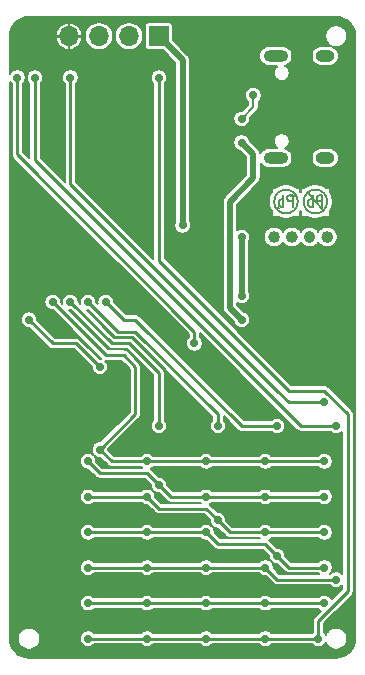
<source format=gbr>
G04 #@! TF.GenerationSoftware,KiCad,Pcbnew,(5.1.12)-1*
G04 #@! TF.CreationDate,2022-05-24T11:01:42-07:00*
G04 #@! TF.ProjectId,LedMatrixTest,4c65644d-6174-4726-9978-546573742e6b,rev?*
G04 #@! TF.SameCoordinates,Original*
G04 #@! TF.FileFunction,Copper,L2,Bot*
G04 #@! TF.FilePolarity,Positive*
%FSLAX46Y46*%
G04 Gerber Fmt 4.6, Leading zero omitted, Abs format (unit mm)*
G04 Created by KiCad (PCBNEW (5.1.12)-1) date 2022-05-24 11:01:42*
%MOMM*%
%LPD*%
G01*
G04 APERTURE LIST*
%ADD10C,0.200000*%
G04 #@! TA.AperFunction,EtchedComponent*
%ADD11C,0.500000*%
G04 #@! TD*
G04 #@! TA.AperFunction,EtchedComponent*
%ADD12C,0.200000*%
G04 #@! TD*
G04 #@! TA.AperFunction,ComponentPad*
%ADD13R,1.700000X1.700000*%
G04 #@! TD*
G04 #@! TA.AperFunction,ComponentPad*
%ADD14O,1.700000X1.700000*%
G04 #@! TD*
G04 #@! TA.AperFunction,ComponentPad*
%ADD15O,2.100000X1.000000*%
G04 #@! TD*
G04 #@! TA.AperFunction,ComponentPad*
%ADD16O,1.600000X1.000000*%
G04 #@! TD*
G04 #@! TA.AperFunction,ViaPad*
%ADD17C,0.700000*%
G04 #@! TD*
G04 #@! TA.AperFunction,Conductor*
%ADD18C,0.500000*%
G04 #@! TD*
G04 #@! TA.AperFunction,Conductor*
%ADD19C,0.250000*%
G04 #@! TD*
G04 #@! TA.AperFunction,Conductor*
%ADD20C,0.200000*%
G04 #@! TD*
G04 #@! TA.AperFunction,Conductor*
%ADD21C,0.160000*%
G04 #@! TD*
G04 #@! TA.AperFunction,Conductor*
%ADD22C,0.100000*%
G04 #@! TD*
G04 APERTURE END LIST*
D10*
X111821428Y-22452380D02*
X111821428Y-21452380D01*
X111516666Y-21452380D01*
X111440476Y-21500000D01*
X111402380Y-21547619D01*
X111364285Y-21642857D01*
X111364285Y-21785714D01*
X111402380Y-21880952D01*
X111440476Y-21928571D01*
X111516666Y-21976190D01*
X111821428Y-21976190D01*
X111021428Y-22452380D02*
X111021428Y-21452380D01*
X111021428Y-21833333D02*
X110945238Y-21785714D01*
X110792857Y-21785714D01*
X110716666Y-21833333D01*
X110678571Y-21880952D01*
X110640476Y-21976190D01*
X110640476Y-22261904D01*
X110678571Y-22357142D01*
X110716666Y-22404761D01*
X110792857Y-22452380D01*
X110945238Y-22452380D01*
X111021428Y-22404761D01*
X109321428Y-22452380D02*
X109321428Y-21452380D01*
X109016666Y-21452380D01*
X108940476Y-21500000D01*
X108902380Y-21547619D01*
X108864285Y-21642857D01*
X108864285Y-21785714D01*
X108902380Y-21880952D01*
X108940476Y-21928571D01*
X109016666Y-21976190D01*
X109321428Y-21976190D01*
X108521428Y-22452380D02*
X108521428Y-21452380D01*
X108521428Y-21833333D02*
X108445238Y-21785714D01*
X108292857Y-21785714D01*
X108216666Y-21833333D01*
X108178571Y-21880952D01*
X108140476Y-21976190D01*
X108140476Y-22261904D01*
X108178571Y-22357142D01*
X108216666Y-22404761D01*
X108292857Y-22452380D01*
X108445238Y-22452380D01*
X108521428Y-22404761D01*
D11*
X112500000Y-25000000D02*
G75*
G03*
X112500000Y-25000000I-250000J0D01*
G01*
X111000000Y-25000000D02*
G75*
G03*
X111000000Y-25000000I-250000J0D01*
G01*
X109500000Y-25000000D02*
G75*
G03*
X109500000Y-25000000I-250000J0D01*
G01*
X108000000Y-25000000D02*
G75*
G03*
X108000000Y-25000000I-250000J0D01*
G01*
D12*
X109200000Y-21550000D02*
X109600000Y-21550000D01*
X107950000Y-22550000D02*
X108200000Y-22550000D01*
X112250000Y-22000000D02*
G75*
G03*
X112250000Y-22000000I-1000000J0D01*
G01*
X109750000Y-22000000D02*
G75*
G03*
X109750000Y-22000000I-1000000J0D01*
G01*
X110600000Y-21300000D02*
X111900000Y-22700000D01*
D13*
X98000000Y-8000000D03*
D14*
X95460000Y-8000000D03*
X92920000Y-8000000D03*
X90380000Y-8000000D03*
D15*
X107895000Y-18320000D03*
X107895000Y-9680000D03*
D16*
X112075000Y-18320000D03*
X112075000Y-9680000D03*
D17*
X87000000Y-36000000D03*
X95000000Y-36000000D03*
X91000000Y-36000000D03*
X99000000Y-34000000D03*
X98000000Y-31000000D03*
X92000000Y-20000000D03*
X93000000Y-20000000D03*
X103000000Y-14000000D03*
X105000000Y-19000000D03*
X87000000Y-32000000D03*
X93000000Y-36000000D03*
X105000000Y-30000000D03*
X105000000Y-25000000D03*
X100000000Y-24000000D03*
X105000000Y-17000000D03*
X105000000Y-32000000D03*
X106000000Y-13000000D03*
X105000000Y-15000000D03*
X92000000Y-44000000D03*
X102000000Y-47000000D03*
X107000000Y-47000000D03*
X112000000Y-47000000D03*
X98000000Y-46000000D03*
X97000000Y-44000000D03*
X102000000Y-44000000D03*
X107000000Y-44000000D03*
X112000000Y-44000000D03*
X93000000Y-43000000D03*
X92000000Y-50000000D03*
X97000000Y-50000000D03*
X102000000Y-50000000D03*
X112000000Y-53000000D03*
X108000000Y-52000000D03*
X92000000Y-53000000D03*
X97000000Y-53000000D03*
X102000000Y-53000000D03*
X107000000Y-53000000D03*
X113000000Y-54000000D03*
X92000000Y-47000000D03*
X97000000Y-47000000D03*
X107000000Y-50000000D03*
X112000000Y-50000000D03*
X103000000Y-49000000D03*
X98000000Y-41000000D03*
X103000000Y-41000000D03*
X108000000Y-41000000D03*
X113000000Y-41000000D03*
X93500000Y-30500000D03*
X90500016Y-30500000D03*
X92000000Y-30500000D03*
X89000000Y-30500000D03*
X87500000Y-11500000D03*
X98000000Y-11500000D03*
X90500000Y-11500000D03*
X92000000Y-56000000D03*
X97000000Y-56000000D03*
X102000000Y-56000000D03*
X107000000Y-56000000D03*
X112000000Y-56000000D03*
X112000000Y-39000000D03*
X86000000Y-11500000D03*
X101000000Y-34000000D03*
X92000000Y-59000000D03*
X97000000Y-59000000D03*
X102000000Y-59000000D03*
X107000000Y-59000000D03*
X111500000Y-59000000D03*
D18*
X103000000Y-17000000D02*
X103000000Y-14000000D01*
X105000000Y-19000000D02*
X103000000Y-17000000D01*
D19*
X87000000Y-32000000D02*
X89000000Y-34000000D01*
X91000000Y-34000000D02*
X93000000Y-36000000D01*
X89000000Y-34000000D02*
X91000000Y-34000000D01*
D18*
X105000000Y-25000000D02*
X105000000Y-29000000D01*
X105000000Y-29000000D02*
X105000000Y-30000000D01*
X98000000Y-8000000D02*
X100000000Y-10000000D01*
X100000000Y-10000000D02*
X100000000Y-24000000D01*
X104000000Y-29000000D02*
X104000000Y-22000000D01*
X104000000Y-22000000D02*
X106000000Y-20000000D01*
X106000000Y-20000000D02*
X106000000Y-18000000D01*
X106000000Y-18000000D02*
X105000000Y-17000000D01*
X104000000Y-31000000D02*
X104000000Y-29000000D01*
X105000000Y-32000000D02*
X104000000Y-31000000D01*
D20*
X106000000Y-14000000D02*
X105000000Y-15000000D01*
X106000000Y-13000000D02*
X106000000Y-14000000D01*
D21*
X97000000Y-45000000D02*
X99000000Y-47000000D01*
X107000000Y-51000000D02*
X109000000Y-53000000D01*
X104000000Y-50000000D02*
X112000000Y-50000000D01*
X102000000Y-48000000D02*
X104000000Y-50000000D01*
D19*
X95000000Y-32000000D02*
X93500000Y-30500000D01*
X96000000Y-32000000D02*
X95000000Y-32000000D01*
X105000000Y-41000000D02*
X96000000Y-32000000D01*
X108000000Y-41000000D02*
X105000000Y-41000000D01*
X94000016Y-34000000D02*
X90500016Y-30500000D01*
X95500000Y-34000000D02*
X94000016Y-34000000D01*
X98000000Y-36500000D02*
X95500000Y-34000000D01*
X98000000Y-41000000D02*
X98000000Y-36500000D01*
X99000000Y-47000000D02*
X98000000Y-46000000D01*
X112000000Y-47000000D02*
X99000000Y-47000000D01*
X97000000Y-45000000D02*
X93000000Y-45000000D01*
X98000000Y-46000000D02*
X97000000Y-45000000D01*
X92000000Y-44000000D02*
X93000000Y-45000000D01*
X94500000Y-33000000D02*
X92000000Y-30500000D01*
X96000000Y-33000000D02*
X94500000Y-33000000D01*
X103000000Y-40000000D02*
X96000000Y-33000000D01*
X103000000Y-41000000D02*
X103000000Y-40000000D01*
X92000000Y-47000000D02*
X97000000Y-47000000D01*
X98000000Y-48000000D02*
X102000000Y-48000000D01*
X97000000Y-47000000D02*
X98000000Y-48000000D01*
X102000000Y-48000000D02*
X103000000Y-49000000D01*
X103000000Y-49000000D02*
X104000000Y-50000000D01*
X104000000Y-50000000D02*
X107000000Y-50000000D01*
X107000000Y-50000000D02*
X112000000Y-50000000D01*
X109000000Y-53000000D02*
X108000000Y-52000000D01*
X112000000Y-53000000D02*
X109000000Y-53000000D01*
X108000000Y-52000000D02*
X107000000Y-51000000D01*
X103000000Y-51000000D02*
X102000000Y-50000000D01*
X107000000Y-51000000D02*
X103000000Y-51000000D01*
X102000000Y-50000000D02*
X92000000Y-50000000D01*
X93500000Y-35000000D02*
X89000000Y-30500000D01*
X95000000Y-35000000D02*
X93500000Y-35000000D01*
X96000000Y-36000000D02*
X95000000Y-35000000D01*
X96000000Y-40000000D02*
X96000000Y-36000000D01*
X93000000Y-43000000D02*
X96000000Y-40000000D01*
X92000000Y-53000000D02*
X107000000Y-53000000D01*
X108000000Y-54000000D02*
X107000000Y-53000000D01*
X108000000Y-54000000D02*
X113000000Y-54000000D01*
X110000000Y-41000000D02*
X113000000Y-41000000D01*
X87500000Y-18500000D02*
X110000000Y-41000000D01*
X87500000Y-11500000D02*
X87500000Y-18500000D01*
X112000000Y-56000000D02*
X92000000Y-56000000D01*
X90500000Y-20500000D02*
X108000000Y-38000000D01*
X90500000Y-11500000D02*
X90500000Y-20500000D01*
X108000000Y-38000000D02*
X109000000Y-39000000D01*
X109000000Y-39000000D02*
X112000000Y-39000000D01*
X94000000Y-44000000D02*
X97000000Y-44000000D01*
X93000000Y-43000000D02*
X94000000Y-44000000D01*
X97000000Y-44000000D02*
X112000000Y-44000000D01*
X86000000Y-11500000D02*
X86000000Y-18000000D01*
X101000000Y-33000000D02*
X101000000Y-34000000D01*
X86000000Y-18000000D02*
X101000000Y-33000000D01*
X111500000Y-57500000D02*
X111500000Y-59000000D01*
X114000000Y-55000000D02*
X111500000Y-57500000D01*
X114000000Y-40000000D02*
X114000000Y-55000000D01*
X112000000Y-38000000D02*
X114000000Y-40000000D01*
X109000000Y-38000000D02*
X112000000Y-38000000D01*
X98000000Y-27000000D02*
X109000000Y-38000000D01*
X92000000Y-59000000D02*
X111500000Y-59000000D01*
X98000000Y-11500000D02*
X98000000Y-27000000D01*
D20*
X113314501Y-6411655D02*
X113617022Y-6502991D01*
X113896043Y-6651350D01*
X114140934Y-6851079D01*
X114342363Y-7094564D01*
X114492663Y-7372539D01*
X114586110Y-7674419D01*
X114621001Y-8006377D01*
X114621000Y-58981465D01*
X114588345Y-59314502D01*
X114497009Y-59617022D01*
X114348651Y-59896042D01*
X114148923Y-60140932D01*
X113905436Y-60342363D01*
X113627457Y-60492665D01*
X113325582Y-60586110D01*
X112993631Y-60621000D01*
X87018535Y-60621000D01*
X86685498Y-60588345D01*
X86382978Y-60497009D01*
X86103958Y-60348651D01*
X85859068Y-60148923D01*
X85657637Y-59905436D01*
X85507335Y-59627457D01*
X85413890Y-59325582D01*
X85379000Y-58993631D01*
X85379000Y-58908403D01*
X86070000Y-58908403D01*
X86070000Y-59091597D01*
X86105739Y-59271271D01*
X86175845Y-59440520D01*
X86277622Y-59592841D01*
X86407159Y-59722378D01*
X86559480Y-59824155D01*
X86728729Y-59894261D01*
X86908403Y-59930000D01*
X87091597Y-59930000D01*
X87271271Y-59894261D01*
X87440520Y-59824155D01*
X87592841Y-59722378D01*
X87722378Y-59592841D01*
X87824155Y-59440520D01*
X87894261Y-59271271D01*
X87930000Y-59091597D01*
X87930000Y-58908403D01*
X87894261Y-58728729D01*
X87824155Y-58559480D01*
X87722378Y-58407159D01*
X87592841Y-58277622D01*
X87440520Y-58175845D01*
X87271271Y-58105739D01*
X87091597Y-58070000D01*
X86908403Y-58070000D01*
X86728729Y-58105739D01*
X86559480Y-58175845D01*
X86407159Y-58277622D01*
X86277622Y-58407159D01*
X86175845Y-58559480D01*
X86105739Y-58728729D01*
X86070000Y-58908403D01*
X85379000Y-58908403D01*
X85379000Y-11837773D01*
X85453168Y-11948774D01*
X85521000Y-12016606D01*
X85521001Y-17976467D01*
X85518683Y-18000000D01*
X85527932Y-18093900D01*
X85555322Y-18184192D01*
X85599800Y-18267405D01*
X85629978Y-18304176D01*
X85659658Y-18340343D01*
X85677936Y-18355343D01*
X100521000Y-33198409D01*
X100521000Y-33483394D01*
X100453168Y-33551226D01*
X100376124Y-33666531D01*
X100323055Y-33794651D01*
X100296000Y-33930662D01*
X100296000Y-34069338D01*
X100323055Y-34205349D01*
X100376124Y-34333469D01*
X100453168Y-34448774D01*
X100551226Y-34546832D01*
X100666531Y-34623876D01*
X100794651Y-34676945D01*
X100930662Y-34704000D01*
X101069338Y-34704000D01*
X101205349Y-34676945D01*
X101333469Y-34623876D01*
X101448774Y-34546832D01*
X101546832Y-34448774D01*
X101623876Y-34333469D01*
X101676945Y-34205349D01*
X101704000Y-34069338D01*
X101704000Y-33930662D01*
X101676945Y-33794651D01*
X101623876Y-33666531D01*
X101546832Y-33551226D01*
X101479000Y-33483394D01*
X101479000Y-33156408D01*
X109644657Y-41322065D01*
X109659657Y-41340343D01*
X109702417Y-41375435D01*
X109732594Y-41400200D01*
X109777073Y-41423974D01*
X109815808Y-41444679D01*
X109906100Y-41472069D01*
X109976474Y-41479000D01*
X109976478Y-41479000D01*
X109999999Y-41481317D01*
X110023520Y-41479000D01*
X112483394Y-41479000D01*
X112551226Y-41546832D01*
X112666531Y-41623876D01*
X112794651Y-41676945D01*
X112930662Y-41704000D01*
X113069338Y-41704000D01*
X113205349Y-41676945D01*
X113333469Y-41623876D01*
X113448774Y-41546832D01*
X113521000Y-41474606D01*
X113521001Y-53525395D01*
X113448774Y-53453168D01*
X113333469Y-53376124D01*
X113205349Y-53323055D01*
X113069338Y-53296000D01*
X112930662Y-53296000D01*
X112794651Y-53323055D01*
X112666531Y-53376124D01*
X112551226Y-53453168D01*
X112483394Y-53521000D01*
X112474606Y-53521000D01*
X112546832Y-53448774D01*
X112623876Y-53333469D01*
X112676945Y-53205349D01*
X112704000Y-53069338D01*
X112704000Y-52930662D01*
X112676945Y-52794651D01*
X112623876Y-52666531D01*
X112546832Y-52551226D01*
X112448774Y-52453168D01*
X112333469Y-52376124D01*
X112205349Y-52323055D01*
X112069338Y-52296000D01*
X111930662Y-52296000D01*
X111794651Y-52323055D01*
X111666531Y-52376124D01*
X111551226Y-52453168D01*
X111483394Y-52521000D01*
X109198408Y-52521000D01*
X108704000Y-52026593D01*
X108704000Y-51930662D01*
X108676945Y-51794651D01*
X108623876Y-51666531D01*
X108546832Y-51551226D01*
X108448774Y-51453168D01*
X108333469Y-51376124D01*
X108205349Y-51323055D01*
X108069338Y-51296000D01*
X107973408Y-51296000D01*
X107355347Y-50677940D01*
X107340343Y-50659657D01*
X107309062Y-50633986D01*
X107333469Y-50623876D01*
X107448774Y-50546832D01*
X107516606Y-50479000D01*
X111483394Y-50479000D01*
X111551226Y-50546832D01*
X111666531Y-50623876D01*
X111794651Y-50676945D01*
X111930662Y-50704000D01*
X112069338Y-50704000D01*
X112205349Y-50676945D01*
X112333469Y-50623876D01*
X112448774Y-50546832D01*
X112546832Y-50448774D01*
X112623876Y-50333469D01*
X112676945Y-50205349D01*
X112704000Y-50069338D01*
X112704000Y-49930662D01*
X112676945Y-49794651D01*
X112623876Y-49666531D01*
X112546832Y-49551226D01*
X112448774Y-49453168D01*
X112333469Y-49376124D01*
X112205349Y-49323055D01*
X112069338Y-49296000D01*
X111930662Y-49296000D01*
X111794651Y-49323055D01*
X111666531Y-49376124D01*
X111551226Y-49453168D01*
X111483394Y-49521000D01*
X107516606Y-49521000D01*
X107448774Y-49453168D01*
X107333469Y-49376124D01*
X107205349Y-49323055D01*
X107069338Y-49296000D01*
X106930662Y-49296000D01*
X106794651Y-49323055D01*
X106666531Y-49376124D01*
X106551226Y-49453168D01*
X106483394Y-49521000D01*
X104198408Y-49521000D01*
X103704000Y-49026593D01*
X103704000Y-48930662D01*
X103676945Y-48794651D01*
X103623876Y-48666531D01*
X103546832Y-48551226D01*
X103448774Y-48453168D01*
X103333469Y-48376124D01*
X103205349Y-48323055D01*
X103069338Y-48296000D01*
X102973408Y-48296000D01*
X102355347Y-47677940D01*
X102340343Y-47659657D01*
X102309062Y-47633986D01*
X102333469Y-47623876D01*
X102448774Y-47546832D01*
X102516606Y-47479000D01*
X106483394Y-47479000D01*
X106551226Y-47546832D01*
X106666531Y-47623876D01*
X106794651Y-47676945D01*
X106930662Y-47704000D01*
X107069338Y-47704000D01*
X107205349Y-47676945D01*
X107333469Y-47623876D01*
X107448774Y-47546832D01*
X107516606Y-47479000D01*
X111483394Y-47479000D01*
X111551226Y-47546832D01*
X111666531Y-47623876D01*
X111794651Y-47676945D01*
X111930662Y-47704000D01*
X112069338Y-47704000D01*
X112205349Y-47676945D01*
X112333469Y-47623876D01*
X112448774Y-47546832D01*
X112546832Y-47448774D01*
X112623876Y-47333469D01*
X112676945Y-47205349D01*
X112704000Y-47069338D01*
X112704000Y-46930662D01*
X112676945Y-46794651D01*
X112623876Y-46666531D01*
X112546832Y-46551226D01*
X112448774Y-46453168D01*
X112333469Y-46376124D01*
X112205349Y-46323055D01*
X112069338Y-46296000D01*
X111930662Y-46296000D01*
X111794651Y-46323055D01*
X111666531Y-46376124D01*
X111551226Y-46453168D01*
X111483394Y-46521000D01*
X107516606Y-46521000D01*
X107448774Y-46453168D01*
X107333469Y-46376124D01*
X107205349Y-46323055D01*
X107069338Y-46296000D01*
X106930662Y-46296000D01*
X106794651Y-46323055D01*
X106666531Y-46376124D01*
X106551226Y-46453168D01*
X106483394Y-46521000D01*
X102516606Y-46521000D01*
X102448774Y-46453168D01*
X102333469Y-46376124D01*
X102205349Y-46323055D01*
X102069338Y-46296000D01*
X101930662Y-46296000D01*
X101794651Y-46323055D01*
X101666531Y-46376124D01*
X101551226Y-46453168D01*
X101483394Y-46521000D01*
X99198408Y-46521000D01*
X98704000Y-46026593D01*
X98704000Y-45930662D01*
X98676945Y-45794651D01*
X98623876Y-45666531D01*
X98546832Y-45551226D01*
X98448774Y-45453168D01*
X98333469Y-45376124D01*
X98205349Y-45323055D01*
X98069338Y-45296000D01*
X97973408Y-45296000D01*
X97355347Y-44677940D01*
X97340343Y-44659657D01*
X97309062Y-44633986D01*
X97333469Y-44623876D01*
X97448774Y-44546832D01*
X97516606Y-44479000D01*
X101483394Y-44479000D01*
X101551226Y-44546832D01*
X101666531Y-44623876D01*
X101794651Y-44676945D01*
X101930662Y-44704000D01*
X102069338Y-44704000D01*
X102205349Y-44676945D01*
X102333469Y-44623876D01*
X102448774Y-44546832D01*
X102516606Y-44479000D01*
X106483394Y-44479000D01*
X106551226Y-44546832D01*
X106666531Y-44623876D01*
X106794651Y-44676945D01*
X106930662Y-44704000D01*
X107069338Y-44704000D01*
X107205349Y-44676945D01*
X107333469Y-44623876D01*
X107448774Y-44546832D01*
X107516606Y-44479000D01*
X111483394Y-44479000D01*
X111551226Y-44546832D01*
X111666531Y-44623876D01*
X111794651Y-44676945D01*
X111930662Y-44704000D01*
X112069338Y-44704000D01*
X112205349Y-44676945D01*
X112333469Y-44623876D01*
X112448774Y-44546832D01*
X112546832Y-44448774D01*
X112623876Y-44333469D01*
X112676945Y-44205349D01*
X112704000Y-44069338D01*
X112704000Y-43930662D01*
X112676945Y-43794651D01*
X112623876Y-43666531D01*
X112546832Y-43551226D01*
X112448774Y-43453168D01*
X112333469Y-43376124D01*
X112205349Y-43323055D01*
X112069338Y-43296000D01*
X111930662Y-43296000D01*
X111794651Y-43323055D01*
X111666531Y-43376124D01*
X111551226Y-43453168D01*
X111483394Y-43521000D01*
X107516606Y-43521000D01*
X107448774Y-43453168D01*
X107333469Y-43376124D01*
X107205349Y-43323055D01*
X107069338Y-43296000D01*
X106930662Y-43296000D01*
X106794651Y-43323055D01*
X106666531Y-43376124D01*
X106551226Y-43453168D01*
X106483394Y-43521000D01*
X102516606Y-43521000D01*
X102448774Y-43453168D01*
X102333469Y-43376124D01*
X102205349Y-43323055D01*
X102069338Y-43296000D01*
X101930662Y-43296000D01*
X101794651Y-43323055D01*
X101666531Y-43376124D01*
X101551226Y-43453168D01*
X101483394Y-43521000D01*
X97516606Y-43521000D01*
X97448774Y-43453168D01*
X97333469Y-43376124D01*
X97205349Y-43323055D01*
X97069338Y-43296000D01*
X96930662Y-43296000D01*
X96794651Y-43323055D01*
X96666531Y-43376124D01*
X96551226Y-43453168D01*
X96483394Y-43521000D01*
X94198408Y-43521000D01*
X93704000Y-43026593D01*
X93704000Y-42973407D01*
X96322065Y-40355343D01*
X96340343Y-40340343D01*
X96376733Y-40296000D01*
X96400200Y-40267406D01*
X96444679Y-40184192D01*
X96444679Y-40184191D01*
X96472069Y-40093900D01*
X96479000Y-40023526D01*
X96479000Y-40023523D01*
X96481317Y-40000000D01*
X96479000Y-39976474D01*
X96479000Y-36023523D01*
X96481317Y-36000000D01*
X96479000Y-35976474D01*
X96472069Y-35906100D01*
X96444679Y-35815808D01*
X96433370Y-35794651D01*
X96400200Y-35732594D01*
X96375435Y-35702417D01*
X96340343Y-35659657D01*
X96322065Y-35644657D01*
X95355347Y-34677940D01*
X95340343Y-34659657D01*
X95267405Y-34599800D01*
X95184192Y-34555321D01*
X95093900Y-34527931D01*
X95023526Y-34521000D01*
X95023523Y-34521000D01*
X95000000Y-34518683D01*
X94976477Y-34521000D01*
X93698408Y-34521000D01*
X90369173Y-31191766D01*
X90430678Y-31204000D01*
X90526609Y-31204000D01*
X93644678Y-34322071D01*
X93659673Y-34340343D01*
X93677945Y-34355338D01*
X93677946Y-34355339D01*
X93732609Y-34400200D01*
X93790581Y-34431186D01*
X93815824Y-34444679D01*
X93906116Y-34472069D01*
X93976490Y-34479000D01*
X93976494Y-34479000D01*
X94000015Y-34481317D01*
X94023536Y-34479000D01*
X95301593Y-34479000D01*
X97521001Y-36698409D01*
X97521000Y-40483394D01*
X97453168Y-40551226D01*
X97376124Y-40666531D01*
X97323055Y-40794651D01*
X97296000Y-40930662D01*
X97296000Y-41069338D01*
X97323055Y-41205349D01*
X97376124Y-41333469D01*
X97453168Y-41448774D01*
X97551226Y-41546832D01*
X97666531Y-41623876D01*
X97794651Y-41676945D01*
X97930662Y-41704000D01*
X98069338Y-41704000D01*
X98205349Y-41676945D01*
X98333469Y-41623876D01*
X98448774Y-41546832D01*
X98546832Y-41448774D01*
X98623876Y-41333469D01*
X98676945Y-41205349D01*
X98704000Y-41069338D01*
X98704000Y-40930662D01*
X98676945Y-40794651D01*
X98623876Y-40666531D01*
X98546832Y-40551226D01*
X98479000Y-40483394D01*
X98479000Y-36523523D01*
X98481317Y-36500000D01*
X98478566Y-36472067D01*
X98472069Y-36406100D01*
X98452121Y-36340342D01*
X98444679Y-36315807D01*
X98400200Y-36232594D01*
X98375435Y-36202417D01*
X98340343Y-36159657D01*
X98322065Y-36144657D01*
X95855347Y-33677940D01*
X95840343Y-33659657D01*
X95767405Y-33599800D01*
X95684192Y-33555321D01*
X95593900Y-33527931D01*
X95523526Y-33521000D01*
X95523523Y-33521000D01*
X95500000Y-33518683D01*
X95476477Y-33521000D01*
X94198425Y-33521000D01*
X91869197Y-31191774D01*
X91930662Y-31204000D01*
X92026593Y-31204000D01*
X94144657Y-33322065D01*
X94159657Y-33340343D01*
X94202417Y-33375435D01*
X94232594Y-33400200D01*
X94315807Y-33444679D01*
X94343197Y-33452987D01*
X94406100Y-33472069D01*
X94476474Y-33479000D01*
X94476477Y-33479000D01*
X94500000Y-33481317D01*
X94523523Y-33479000D01*
X95801593Y-33479000D01*
X102521001Y-40198409D01*
X102521001Y-40483393D01*
X102453168Y-40551226D01*
X102376124Y-40666531D01*
X102323055Y-40794651D01*
X102296000Y-40930662D01*
X102296000Y-41069338D01*
X102323055Y-41205349D01*
X102376124Y-41333469D01*
X102453168Y-41448774D01*
X102551226Y-41546832D01*
X102666531Y-41623876D01*
X102794651Y-41676945D01*
X102930662Y-41704000D01*
X103069338Y-41704000D01*
X103205349Y-41676945D01*
X103333469Y-41623876D01*
X103448774Y-41546832D01*
X103546832Y-41448774D01*
X103623876Y-41333469D01*
X103676945Y-41205349D01*
X103704000Y-41069338D01*
X103704000Y-40930662D01*
X103676945Y-40794651D01*
X103623876Y-40666531D01*
X103546832Y-40551226D01*
X103479000Y-40483394D01*
X103479000Y-40156408D01*
X104644657Y-41322065D01*
X104659657Y-41340343D01*
X104702417Y-41375435D01*
X104732594Y-41400200D01*
X104777073Y-41423974D01*
X104815808Y-41444679D01*
X104906100Y-41472069D01*
X104976474Y-41479000D01*
X104976478Y-41479000D01*
X104999999Y-41481317D01*
X105023520Y-41479000D01*
X107483394Y-41479000D01*
X107551226Y-41546832D01*
X107666531Y-41623876D01*
X107794651Y-41676945D01*
X107930662Y-41704000D01*
X108069338Y-41704000D01*
X108205349Y-41676945D01*
X108333469Y-41623876D01*
X108448774Y-41546832D01*
X108546832Y-41448774D01*
X108623876Y-41333469D01*
X108676945Y-41205349D01*
X108704000Y-41069338D01*
X108704000Y-40930662D01*
X108676945Y-40794651D01*
X108623876Y-40666531D01*
X108546832Y-40551226D01*
X108448774Y-40453168D01*
X108333469Y-40376124D01*
X108205349Y-40323055D01*
X108069338Y-40296000D01*
X107930662Y-40296000D01*
X107794651Y-40323055D01*
X107666531Y-40376124D01*
X107551226Y-40453168D01*
X107483394Y-40521000D01*
X105198408Y-40521000D01*
X96355347Y-31677940D01*
X96340343Y-31659657D01*
X96267405Y-31599800D01*
X96184192Y-31555321D01*
X96093900Y-31527931D01*
X96023526Y-31521000D01*
X96023523Y-31521000D01*
X96000000Y-31518683D01*
X95976477Y-31521000D01*
X95198408Y-31521000D01*
X94204000Y-30526593D01*
X94204000Y-30430662D01*
X94176945Y-30294651D01*
X94123876Y-30166531D01*
X94046832Y-30051226D01*
X93948774Y-29953168D01*
X93833469Y-29876124D01*
X93705349Y-29823055D01*
X93569338Y-29796000D01*
X93430662Y-29796000D01*
X93294651Y-29823055D01*
X93166531Y-29876124D01*
X93051226Y-29953168D01*
X92953168Y-30051226D01*
X92876124Y-30166531D01*
X92823055Y-30294651D01*
X92796000Y-30430662D01*
X92796000Y-30569338D01*
X92808231Y-30630823D01*
X92704000Y-30526593D01*
X92704000Y-30430662D01*
X92676945Y-30294651D01*
X92623876Y-30166531D01*
X92546832Y-30051226D01*
X92448774Y-29953168D01*
X92333469Y-29876124D01*
X92205349Y-29823055D01*
X92069338Y-29796000D01*
X91930662Y-29796000D01*
X91794651Y-29823055D01*
X91666531Y-29876124D01*
X91551226Y-29953168D01*
X91453168Y-30051226D01*
X91376124Y-30166531D01*
X91323055Y-30294651D01*
X91296000Y-30430662D01*
X91296000Y-30569338D01*
X91308227Y-30630803D01*
X91204016Y-30526593D01*
X91204016Y-30430662D01*
X91176961Y-30294651D01*
X91123892Y-30166531D01*
X91046848Y-30051226D01*
X90948790Y-29953168D01*
X90833485Y-29876124D01*
X90705365Y-29823055D01*
X90569354Y-29796000D01*
X90430678Y-29796000D01*
X90294667Y-29823055D01*
X90166547Y-29876124D01*
X90051242Y-29953168D01*
X89953184Y-30051226D01*
X89876140Y-30166531D01*
X89823071Y-30294651D01*
X89796016Y-30430662D01*
X89796016Y-30569338D01*
X89808251Y-30630843D01*
X89704000Y-30526593D01*
X89704000Y-30430662D01*
X89676945Y-30294651D01*
X89623876Y-30166531D01*
X89546832Y-30051226D01*
X89448774Y-29953168D01*
X89333469Y-29876124D01*
X89205349Y-29823055D01*
X89069338Y-29796000D01*
X88930662Y-29796000D01*
X88794651Y-29823055D01*
X88666531Y-29876124D01*
X88551226Y-29953168D01*
X88453168Y-30051226D01*
X88376124Y-30166531D01*
X88323055Y-30294651D01*
X88296000Y-30430662D01*
X88296000Y-30569338D01*
X88323055Y-30705349D01*
X88376124Y-30833469D01*
X88453168Y-30948774D01*
X88551226Y-31046832D01*
X88666531Y-31123876D01*
X88794651Y-31176945D01*
X88930662Y-31204000D01*
X89026593Y-31204000D01*
X93130822Y-35308230D01*
X93069338Y-35296000D01*
X92973408Y-35296000D01*
X91355347Y-33677940D01*
X91340343Y-33659657D01*
X91267405Y-33599800D01*
X91184192Y-33555321D01*
X91093900Y-33527931D01*
X91023526Y-33521000D01*
X91023523Y-33521000D01*
X91000000Y-33518683D01*
X90976477Y-33521000D01*
X89198408Y-33521000D01*
X87704000Y-32026593D01*
X87704000Y-31930662D01*
X87676945Y-31794651D01*
X87623876Y-31666531D01*
X87546832Y-31551226D01*
X87448774Y-31453168D01*
X87333469Y-31376124D01*
X87205349Y-31323055D01*
X87069338Y-31296000D01*
X86930662Y-31296000D01*
X86794651Y-31323055D01*
X86666531Y-31376124D01*
X86551226Y-31453168D01*
X86453168Y-31551226D01*
X86376124Y-31666531D01*
X86323055Y-31794651D01*
X86296000Y-31930662D01*
X86296000Y-32069338D01*
X86323055Y-32205349D01*
X86376124Y-32333469D01*
X86453168Y-32448774D01*
X86551226Y-32546832D01*
X86666531Y-32623876D01*
X86794651Y-32676945D01*
X86930662Y-32704000D01*
X87026593Y-32704000D01*
X88644657Y-34322065D01*
X88659657Y-34340343D01*
X88702417Y-34375435D01*
X88732594Y-34400200D01*
X88777073Y-34423974D01*
X88815808Y-34444679D01*
X88906100Y-34472069D01*
X88976474Y-34479000D01*
X88976478Y-34479000D01*
X88999999Y-34481317D01*
X89023520Y-34479000D01*
X90801593Y-34479000D01*
X92296000Y-35973408D01*
X92296000Y-36069338D01*
X92323055Y-36205349D01*
X92376124Y-36333469D01*
X92453168Y-36448774D01*
X92551226Y-36546832D01*
X92666531Y-36623876D01*
X92794651Y-36676945D01*
X92930662Y-36704000D01*
X93069338Y-36704000D01*
X93205349Y-36676945D01*
X93333469Y-36623876D01*
X93448774Y-36546832D01*
X93546832Y-36448774D01*
X93623876Y-36333469D01*
X93676945Y-36205349D01*
X93704000Y-36069338D01*
X93704000Y-35930662D01*
X93676945Y-35794651D01*
X93623876Y-35666531D01*
X93546832Y-35551226D01*
X93474402Y-35478796D01*
X93476474Y-35479000D01*
X93476476Y-35479000D01*
X93499999Y-35481317D01*
X93523522Y-35479000D01*
X94801593Y-35479000D01*
X95521001Y-36198409D01*
X95521000Y-39801592D01*
X93026593Y-42296000D01*
X92930662Y-42296000D01*
X92794651Y-42323055D01*
X92666531Y-42376124D01*
X92551226Y-42453168D01*
X92453168Y-42551226D01*
X92376124Y-42666531D01*
X92323055Y-42794651D01*
X92296000Y-42930662D01*
X92296000Y-43069338D01*
X92323055Y-43205349D01*
X92376124Y-43333469D01*
X92453168Y-43448774D01*
X92551226Y-43546832D01*
X92666531Y-43623876D01*
X92794651Y-43676945D01*
X92930662Y-43704000D01*
X93026593Y-43704000D01*
X93644657Y-44322065D01*
X93659657Y-44340343D01*
X93702417Y-44375435D01*
X93732594Y-44400200D01*
X93815808Y-44444679D01*
X93906100Y-44472069D01*
X93976474Y-44479000D01*
X93976477Y-44479000D01*
X94000000Y-44481317D01*
X94023523Y-44479000D01*
X96483394Y-44479000D01*
X96525394Y-44521000D01*
X93198408Y-44521000D01*
X92704000Y-44026593D01*
X92704000Y-43930662D01*
X92676945Y-43794651D01*
X92623876Y-43666531D01*
X92546832Y-43551226D01*
X92448774Y-43453168D01*
X92333469Y-43376124D01*
X92205349Y-43323055D01*
X92069338Y-43296000D01*
X91930662Y-43296000D01*
X91794651Y-43323055D01*
X91666531Y-43376124D01*
X91551226Y-43453168D01*
X91453168Y-43551226D01*
X91376124Y-43666531D01*
X91323055Y-43794651D01*
X91296000Y-43930662D01*
X91296000Y-44069338D01*
X91323055Y-44205349D01*
X91376124Y-44333469D01*
X91453168Y-44448774D01*
X91551226Y-44546832D01*
X91666531Y-44623876D01*
X91794651Y-44676945D01*
X91930662Y-44704000D01*
X92026593Y-44704000D01*
X92644657Y-45322065D01*
X92659657Y-45340343D01*
X92702417Y-45375435D01*
X92732594Y-45400200D01*
X92815808Y-45444679D01*
X92906100Y-45472069D01*
X92976474Y-45479000D01*
X92976477Y-45479000D01*
X93000000Y-45481317D01*
X93023523Y-45479000D01*
X96801593Y-45479000D01*
X97296000Y-45973408D01*
X97296000Y-46069338D01*
X97323055Y-46205349D01*
X97376124Y-46333469D01*
X97453168Y-46448774D01*
X97551226Y-46546832D01*
X97666531Y-46623876D01*
X97794651Y-46676945D01*
X97930662Y-46704000D01*
X98026593Y-46704000D01*
X98644657Y-47322065D01*
X98659657Y-47340343D01*
X98702417Y-47375435D01*
X98732594Y-47400200D01*
X98799756Y-47436099D01*
X98815808Y-47444679D01*
X98906100Y-47472069D01*
X98976474Y-47479000D01*
X98976477Y-47479000D01*
X99000000Y-47481317D01*
X99023523Y-47479000D01*
X101483394Y-47479000D01*
X101525394Y-47521000D01*
X98198408Y-47521000D01*
X97704000Y-47026593D01*
X97704000Y-46930662D01*
X97676945Y-46794651D01*
X97623876Y-46666531D01*
X97546832Y-46551226D01*
X97448774Y-46453168D01*
X97333469Y-46376124D01*
X97205349Y-46323055D01*
X97069338Y-46296000D01*
X96930662Y-46296000D01*
X96794651Y-46323055D01*
X96666531Y-46376124D01*
X96551226Y-46453168D01*
X96483394Y-46521000D01*
X92516606Y-46521000D01*
X92448774Y-46453168D01*
X92333469Y-46376124D01*
X92205349Y-46323055D01*
X92069338Y-46296000D01*
X91930662Y-46296000D01*
X91794651Y-46323055D01*
X91666531Y-46376124D01*
X91551226Y-46453168D01*
X91453168Y-46551226D01*
X91376124Y-46666531D01*
X91323055Y-46794651D01*
X91296000Y-46930662D01*
X91296000Y-47069338D01*
X91323055Y-47205349D01*
X91376124Y-47333469D01*
X91453168Y-47448774D01*
X91551226Y-47546832D01*
X91666531Y-47623876D01*
X91794651Y-47676945D01*
X91930662Y-47704000D01*
X92069338Y-47704000D01*
X92205349Y-47676945D01*
X92333469Y-47623876D01*
X92448774Y-47546832D01*
X92516606Y-47479000D01*
X96483394Y-47479000D01*
X96551226Y-47546832D01*
X96666531Y-47623876D01*
X96794651Y-47676945D01*
X96930662Y-47704000D01*
X97026593Y-47704000D01*
X97644657Y-48322065D01*
X97659657Y-48340343D01*
X97702417Y-48375435D01*
X97732594Y-48400200D01*
X97815808Y-48444679D01*
X97906100Y-48472069D01*
X97976474Y-48479000D01*
X97976477Y-48479000D01*
X98000000Y-48481317D01*
X98023523Y-48479000D01*
X101801593Y-48479000D01*
X102296000Y-48973408D01*
X102296000Y-49069338D01*
X102323055Y-49205349D01*
X102376124Y-49333469D01*
X102453168Y-49448774D01*
X102551226Y-49546832D01*
X102666531Y-49623876D01*
X102794651Y-49676945D01*
X102930662Y-49704000D01*
X103026593Y-49704000D01*
X103644657Y-50322065D01*
X103659657Y-50340343D01*
X103686782Y-50362603D01*
X103732594Y-50400200D01*
X103795829Y-50434000D01*
X103815808Y-50444679D01*
X103906100Y-50472069D01*
X103976474Y-50479000D01*
X103976477Y-50479000D01*
X104000000Y-50481317D01*
X104023523Y-50479000D01*
X106483394Y-50479000D01*
X106525394Y-50521000D01*
X103198408Y-50521000D01*
X102704000Y-50026593D01*
X102704000Y-49930662D01*
X102676945Y-49794651D01*
X102623876Y-49666531D01*
X102546832Y-49551226D01*
X102448774Y-49453168D01*
X102333469Y-49376124D01*
X102205349Y-49323055D01*
X102069338Y-49296000D01*
X101930662Y-49296000D01*
X101794651Y-49323055D01*
X101666531Y-49376124D01*
X101551226Y-49453168D01*
X101483394Y-49521000D01*
X97516606Y-49521000D01*
X97448774Y-49453168D01*
X97333469Y-49376124D01*
X97205349Y-49323055D01*
X97069338Y-49296000D01*
X96930662Y-49296000D01*
X96794651Y-49323055D01*
X96666531Y-49376124D01*
X96551226Y-49453168D01*
X96483394Y-49521000D01*
X92516606Y-49521000D01*
X92448774Y-49453168D01*
X92333469Y-49376124D01*
X92205349Y-49323055D01*
X92069338Y-49296000D01*
X91930662Y-49296000D01*
X91794651Y-49323055D01*
X91666531Y-49376124D01*
X91551226Y-49453168D01*
X91453168Y-49551226D01*
X91376124Y-49666531D01*
X91323055Y-49794651D01*
X91296000Y-49930662D01*
X91296000Y-50069338D01*
X91323055Y-50205349D01*
X91376124Y-50333469D01*
X91453168Y-50448774D01*
X91551226Y-50546832D01*
X91666531Y-50623876D01*
X91794651Y-50676945D01*
X91930662Y-50704000D01*
X92069338Y-50704000D01*
X92205349Y-50676945D01*
X92333469Y-50623876D01*
X92448774Y-50546832D01*
X92516606Y-50479000D01*
X96483394Y-50479000D01*
X96551226Y-50546832D01*
X96666531Y-50623876D01*
X96794651Y-50676945D01*
X96930662Y-50704000D01*
X97069338Y-50704000D01*
X97205349Y-50676945D01*
X97333469Y-50623876D01*
X97448774Y-50546832D01*
X97516606Y-50479000D01*
X101483394Y-50479000D01*
X101551226Y-50546832D01*
X101666531Y-50623876D01*
X101794651Y-50676945D01*
X101930662Y-50704000D01*
X102026593Y-50704000D01*
X102644657Y-51322065D01*
X102659657Y-51340343D01*
X102702417Y-51375435D01*
X102732594Y-51400200D01*
X102815808Y-51444679D01*
X102906100Y-51472069D01*
X102976474Y-51479000D01*
X102976477Y-51479000D01*
X103000000Y-51481317D01*
X103023523Y-51479000D01*
X106801593Y-51479000D01*
X107296000Y-51973408D01*
X107296000Y-52069338D01*
X107323055Y-52205349D01*
X107376124Y-52333469D01*
X107453168Y-52448774D01*
X107551226Y-52546832D01*
X107666531Y-52623876D01*
X107794651Y-52676945D01*
X107930662Y-52704000D01*
X108026593Y-52704000D01*
X108644657Y-53322065D01*
X108659657Y-53340343D01*
X108702417Y-53375435D01*
X108732594Y-53400200D01*
X108799756Y-53436099D01*
X108815808Y-53444679D01*
X108906100Y-53472069D01*
X108976474Y-53479000D01*
X108976477Y-53479000D01*
X109000000Y-53481317D01*
X109023523Y-53479000D01*
X111483394Y-53479000D01*
X111525394Y-53521000D01*
X108198408Y-53521000D01*
X107704000Y-53026593D01*
X107704000Y-52930662D01*
X107676945Y-52794651D01*
X107623876Y-52666531D01*
X107546832Y-52551226D01*
X107448774Y-52453168D01*
X107333469Y-52376124D01*
X107205349Y-52323055D01*
X107069338Y-52296000D01*
X106930662Y-52296000D01*
X106794651Y-52323055D01*
X106666531Y-52376124D01*
X106551226Y-52453168D01*
X106483394Y-52521000D01*
X102516606Y-52521000D01*
X102448774Y-52453168D01*
X102333469Y-52376124D01*
X102205349Y-52323055D01*
X102069338Y-52296000D01*
X101930662Y-52296000D01*
X101794651Y-52323055D01*
X101666531Y-52376124D01*
X101551226Y-52453168D01*
X101483394Y-52521000D01*
X97516606Y-52521000D01*
X97448774Y-52453168D01*
X97333469Y-52376124D01*
X97205349Y-52323055D01*
X97069338Y-52296000D01*
X96930662Y-52296000D01*
X96794651Y-52323055D01*
X96666531Y-52376124D01*
X96551226Y-52453168D01*
X96483394Y-52521000D01*
X92516606Y-52521000D01*
X92448774Y-52453168D01*
X92333469Y-52376124D01*
X92205349Y-52323055D01*
X92069338Y-52296000D01*
X91930662Y-52296000D01*
X91794651Y-52323055D01*
X91666531Y-52376124D01*
X91551226Y-52453168D01*
X91453168Y-52551226D01*
X91376124Y-52666531D01*
X91323055Y-52794651D01*
X91296000Y-52930662D01*
X91296000Y-53069338D01*
X91323055Y-53205349D01*
X91376124Y-53333469D01*
X91453168Y-53448774D01*
X91551226Y-53546832D01*
X91666531Y-53623876D01*
X91794651Y-53676945D01*
X91930662Y-53704000D01*
X92069338Y-53704000D01*
X92205349Y-53676945D01*
X92333469Y-53623876D01*
X92448774Y-53546832D01*
X92516606Y-53479000D01*
X96483394Y-53479000D01*
X96551226Y-53546832D01*
X96666531Y-53623876D01*
X96794651Y-53676945D01*
X96930662Y-53704000D01*
X97069338Y-53704000D01*
X97205349Y-53676945D01*
X97333469Y-53623876D01*
X97448774Y-53546832D01*
X97516606Y-53479000D01*
X101483394Y-53479000D01*
X101551226Y-53546832D01*
X101666531Y-53623876D01*
X101794651Y-53676945D01*
X101930662Y-53704000D01*
X102069338Y-53704000D01*
X102205349Y-53676945D01*
X102333469Y-53623876D01*
X102448774Y-53546832D01*
X102516606Y-53479000D01*
X106483394Y-53479000D01*
X106551226Y-53546832D01*
X106666531Y-53623876D01*
X106794651Y-53676945D01*
X106930662Y-53704000D01*
X107026593Y-53704000D01*
X107644657Y-54322065D01*
X107659657Y-54340343D01*
X107702417Y-54375435D01*
X107732594Y-54400200D01*
X107815808Y-54444679D01*
X107906100Y-54472069D01*
X107976474Y-54479000D01*
X107976477Y-54479000D01*
X108000000Y-54481317D01*
X108023523Y-54479000D01*
X112483394Y-54479000D01*
X112551226Y-54546832D01*
X112666531Y-54623876D01*
X112794651Y-54676945D01*
X112930662Y-54704000D01*
X113069338Y-54704000D01*
X113205349Y-54676945D01*
X113333469Y-54623876D01*
X113448774Y-54546832D01*
X113521001Y-54474605D01*
X113521001Y-54801591D01*
X112633303Y-55689290D01*
X112623876Y-55666531D01*
X112546832Y-55551226D01*
X112448774Y-55453168D01*
X112333469Y-55376124D01*
X112205349Y-55323055D01*
X112069338Y-55296000D01*
X111930662Y-55296000D01*
X111794651Y-55323055D01*
X111666531Y-55376124D01*
X111551226Y-55453168D01*
X111483394Y-55521000D01*
X107516606Y-55521000D01*
X107448774Y-55453168D01*
X107333469Y-55376124D01*
X107205349Y-55323055D01*
X107069338Y-55296000D01*
X106930662Y-55296000D01*
X106794651Y-55323055D01*
X106666531Y-55376124D01*
X106551226Y-55453168D01*
X106483394Y-55521000D01*
X102516606Y-55521000D01*
X102448774Y-55453168D01*
X102333469Y-55376124D01*
X102205349Y-55323055D01*
X102069338Y-55296000D01*
X101930662Y-55296000D01*
X101794651Y-55323055D01*
X101666531Y-55376124D01*
X101551226Y-55453168D01*
X101483394Y-55521000D01*
X97516606Y-55521000D01*
X97448774Y-55453168D01*
X97333469Y-55376124D01*
X97205349Y-55323055D01*
X97069338Y-55296000D01*
X96930662Y-55296000D01*
X96794651Y-55323055D01*
X96666531Y-55376124D01*
X96551226Y-55453168D01*
X96483394Y-55521000D01*
X92516606Y-55521000D01*
X92448774Y-55453168D01*
X92333469Y-55376124D01*
X92205349Y-55323055D01*
X92069338Y-55296000D01*
X91930662Y-55296000D01*
X91794651Y-55323055D01*
X91666531Y-55376124D01*
X91551226Y-55453168D01*
X91453168Y-55551226D01*
X91376124Y-55666531D01*
X91323055Y-55794651D01*
X91296000Y-55930662D01*
X91296000Y-56069338D01*
X91323055Y-56205349D01*
X91376124Y-56333469D01*
X91453168Y-56448774D01*
X91551226Y-56546832D01*
X91666531Y-56623876D01*
X91794651Y-56676945D01*
X91930662Y-56704000D01*
X92069338Y-56704000D01*
X92205349Y-56676945D01*
X92333469Y-56623876D01*
X92448774Y-56546832D01*
X92516606Y-56479000D01*
X96483394Y-56479000D01*
X96551226Y-56546832D01*
X96666531Y-56623876D01*
X96794651Y-56676945D01*
X96930662Y-56704000D01*
X97069338Y-56704000D01*
X97205349Y-56676945D01*
X97333469Y-56623876D01*
X97448774Y-56546832D01*
X97516606Y-56479000D01*
X101483394Y-56479000D01*
X101551226Y-56546832D01*
X101666531Y-56623876D01*
X101794651Y-56676945D01*
X101930662Y-56704000D01*
X102069338Y-56704000D01*
X102205349Y-56676945D01*
X102333469Y-56623876D01*
X102448774Y-56546832D01*
X102516606Y-56479000D01*
X106483394Y-56479000D01*
X106551226Y-56546832D01*
X106666531Y-56623876D01*
X106794651Y-56676945D01*
X106930662Y-56704000D01*
X107069338Y-56704000D01*
X107205349Y-56676945D01*
X107333469Y-56623876D01*
X107448774Y-56546832D01*
X107516606Y-56479000D01*
X111483394Y-56479000D01*
X111551226Y-56546832D01*
X111666531Y-56623876D01*
X111689290Y-56633303D01*
X111177940Y-57144653D01*
X111159657Y-57159657D01*
X111099800Y-57232595D01*
X111055321Y-57315809D01*
X111027931Y-57406101D01*
X111021000Y-57476474D01*
X111018683Y-57500000D01*
X111021000Y-57523524D01*
X111021001Y-58483393D01*
X110983394Y-58521000D01*
X107516606Y-58521000D01*
X107448774Y-58453168D01*
X107333469Y-58376124D01*
X107205349Y-58323055D01*
X107069338Y-58296000D01*
X106930662Y-58296000D01*
X106794651Y-58323055D01*
X106666531Y-58376124D01*
X106551226Y-58453168D01*
X106483394Y-58521000D01*
X102516606Y-58521000D01*
X102448774Y-58453168D01*
X102333469Y-58376124D01*
X102205349Y-58323055D01*
X102069338Y-58296000D01*
X101930662Y-58296000D01*
X101794651Y-58323055D01*
X101666531Y-58376124D01*
X101551226Y-58453168D01*
X101483394Y-58521000D01*
X97516606Y-58521000D01*
X97448774Y-58453168D01*
X97333469Y-58376124D01*
X97205349Y-58323055D01*
X97069338Y-58296000D01*
X96930662Y-58296000D01*
X96794651Y-58323055D01*
X96666531Y-58376124D01*
X96551226Y-58453168D01*
X96483394Y-58521000D01*
X92516606Y-58521000D01*
X92448774Y-58453168D01*
X92333469Y-58376124D01*
X92205349Y-58323055D01*
X92069338Y-58296000D01*
X91930662Y-58296000D01*
X91794651Y-58323055D01*
X91666531Y-58376124D01*
X91551226Y-58453168D01*
X91453168Y-58551226D01*
X91376124Y-58666531D01*
X91323055Y-58794651D01*
X91296000Y-58930662D01*
X91296000Y-59069338D01*
X91323055Y-59205349D01*
X91376124Y-59333469D01*
X91453168Y-59448774D01*
X91551226Y-59546832D01*
X91666531Y-59623876D01*
X91794651Y-59676945D01*
X91930662Y-59704000D01*
X92069338Y-59704000D01*
X92205349Y-59676945D01*
X92333469Y-59623876D01*
X92448774Y-59546832D01*
X92516606Y-59479000D01*
X96483394Y-59479000D01*
X96551226Y-59546832D01*
X96666531Y-59623876D01*
X96794651Y-59676945D01*
X96930662Y-59704000D01*
X97069338Y-59704000D01*
X97205349Y-59676945D01*
X97333469Y-59623876D01*
X97448774Y-59546832D01*
X97516606Y-59479000D01*
X101483394Y-59479000D01*
X101551226Y-59546832D01*
X101666531Y-59623876D01*
X101794651Y-59676945D01*
X101930662Y-59704000D01*
X102069338Y-59704000D01*
X102205349Y-59676945D01*
X102333469Y-59623876D01*
X102448774Y-59546832D01*
X102516606Y-59479000D01*
X106483394Y-59479000D01*
X106551226Y-59546832D01*
X106666531Y-59623876D01*
X106794651Y-59676945D01*
X106930662Y-59704000D01*
X107069338Y-59704000D01*
X107205349Y-59676945D01*
X107333469Y-59623876D01*
X107448774Y-59546832D01*
X107516606Y-59479000D01*
X110983394Y-59479000D01*
X111051226Y-59546832D01*
X111166531Y-59623876D01*
X111294651Y-59676945D01*
X111430662Y-59704000D01*
X111569338Y-59704000D01*
X111705349Y-59676945D01*
X111833469Y-59623876D01*
X111948774Y-59546832D01*
X112046832Y-59448774D01*
X112123876Y-59333469D01*
X112127689Y-59324263D01*
X112175845Y-59440520D01*
X112277622Y-59592841D01*
X112407159Y-59722378D01*
X112559480Y-59824155D01*
X112728729Y-59894261D01*
X112908403Y-59930000D01*
X113091597Y-59930000D01*
X113271271Y-59894261D01*
X113440520Y-59824155D01*
X113592841Y-59722378D01*
X113722378Y-59592841D01*
X113824155Y-59440520D01*
X113894261Y-59271271D01*
X113930000Y-59091597D01*
X113930000Y-58908403D01*
X113894261Y-58728729D01*
X113824155Y-58559480D01*
X113722378Y-58407159D01*
X113592841Y-58277622D01*
X113440520Y-58175845D01*
X113271271Y-58105739D01*
X113091597Y-58070000D01*
X112908403Y-58070000D01*
X112728729Y-58105739D01*
X112559480Y-58175845D01*
X112407159Y-58277622D01*
X112277622Y-58407159D01*
X112175845Y-58559480D01*
X112127689Y-58675737D01*
X112123876Y-58666531D01*
X112046832Y-58551226D01*
X111979000Y-58483394D01*
X111979000Y-57698407D01*
X114322065Y-55355343D01*
X114340343Y-55340343D01*
X114376733Y-55296000D01*
X114400200Y-55267406D01*
X114444679Y-55184193D01*
X114452987Y-55156803D01*
X114472069Y-55093900D01*
X114479000Y-55023526D01*
X114479000Y-55023523D01*
X114481317Y-55000000D01*
X114479000Y-54976477D01*
X114479000Y-40023520D01*
X114481317Y-39999999D01*
X114479000Y-39976474D01*
X114472069Y-39906100D01*
X114444679Y-39815808D01*
X114423974Y-39777073D01*
X114400200Y-39732594D01*
X114375435Y-39702417D01*
X114340343Y-39659657D01*
X114322065Y-39644657D01*
X112355347Y-37677940D01*
X112340343Y-37659657D01*
X112267405Y-37599800D01*
X112184192Y-37555321D01*
X112093900Y-37527931D01*
X112023526Y-37521000D01*
X112023523Y-37521000D01*
X112000000Y-37518683D01*
X111976477Y-37521000D01*
X109198408Y-37521000D01*
X98479000Y-26801593D01*
X98479000Y-12016606D01*
X98546832Y-11948774D01*
X98623876Y-11833469D01*
X98676945Y-11705349D01*
X98704000Y-11569338D01*
X98704000Y-11430662D01*
X98676945Y-11294651D01*
X98623876Y-11166531D01*
X98546832Y-11051226D01*
X98448774Y-10953168D01*
X98333469Y-10876124D01*
X98205349Y-10823055D01*
X98069338Y-10796000D01*
X97930662Y-10796000D01*
X97794651Y-10823055D01*
X97666531Y-10876124D01*
X97551226Y-10953168D01*
X97453168Y-11051226D01*
X97376124Y-11166531D01*
X97323055Y-11294651D01*
X97296000Y-11430662D01*
X97296000Y-11569338D01*
X97323055Y-11705349D01*
X97376124Y-11833469D01*
X97453168Y-11948774D01*
X97521000Y-12016606D01*
X97521001Y-26843594D01*
X90979000Y-20301593D01*
X90979000Y-12016606D01*
X91046832Y-11948774D01*
X91123876Y-11833469D01*
X91176945Y-11705349D01*
X91204000Y-11569338D01*
X91204000Y-11430662D01*
X91176945Y-11294651D01*
X91123876Y-11166531D01*
X91046832Y-11051226D01*
X90948774Y-10953168D01*
X90833469Y-10876124D01*
X90705349Y-10823055D01*
X90569338Y-10796000D01*
X90430662Y-10796000D01*
X90294651Y-10823055D01*
X90166531Y-10876124D01*
X90051226Y-10953168D01*
X89953168Y-11051226D01*
X89876124Y-11166531D01*
X89823055Y-11294651D01*
X89796000Y-11430662D01*
X89796000Y-11569338D01*
X89823055Y-11705349D01*
X89876124Y-11833469D01*
X89953168Y-11948774D01*
X90021000Y-12016606D01*
X90021001Y-20343594D01*
X87979000Y-18301593D01*
X87979000Y-12016606D01*
X88046832Y-11948774D01*
X88123876Y-11833469D01*
X88176945Y-11705349D01*
X88204000Y-11569338D01*
X88204000Y-11430662D01*
X88176945Y-11294651D01*
X88123876Y-11166531D01*
X88046832Y-11051226D01*
X87948774Y-10953168D01*
X87833469Y-10876124D01*
X87705349Y-10823055D01*
X87569338Y-10796000D01*
X87430662Y-10796000D01*
X87294651Y-10823055D01*
X87166531Y-10876124D01*
X87051226Y-10953168D01*
X86953168Y-11051226D01*
X86876124Y-11166531D01*
X86823055Y-11294651D01*
X86796000Y-11430662D01*
X86796000Y-11569338D01*
X86823055Y-11705349D01*
X86876124Y-11833469D01*
X86953168Y-11948774D01*
X87021000Y-12016606D01*
X87021001Y-18343594D01*
X86479000Y-17801593D01*
X86479000Y-12016606D01*
X86546832Y-11948774D01*
X86623876Y-11833469D01*
X86676945Y-11705349D01*
X86704000Y-11569338D01*
X86704000Y-11430662D01*
X86676945Y-11294651D01*
X86623876Y-11166531D01*
X86546832Y-11051226D01*
X86448774Y-10953168D01*
X86333469Y-10876124D01*
X86205349Y-10823055D01*
X86069338Y-10796000D01*
X85930662Y-10796000D01*
X85794651Y-10823055D01*
X85666531Y-10876124D01*
X85551226Y-10953168D01*
X85453168Y-11051226D01*
X85379000Y-11162227D01*
X85379000Y-8204549D01*
X89248337Y-8204549D01*
X89309987Y-8421395D01*
X89412757Y-8622047D01*
X89552698Y-8798794D01*
X89724431Y-8944844D01*
X89921357Y-9054584D01*
X90135909Y-9123797D01*
X90175451Y-9131662D01*
X90355000Y-9074709D01*
X90355000Y-8025000D01*
X90405000Y-8025000D01*
X90405000Y-9074709D01*
X90584549Y-9131662D01*
X90624091Y-9123797D01*
X90838643Y-9054584D01*
X91035569Y-8944844D01*
X91207302Y-8798794D01*
X91347243Y-8622047D01*
X91450013Y-8421395D01*
X91511663Y-8204549D01*
X91454729Y-8025000D01*
X90405000Y-8025000D01*
X90355000Y-8025000D01*
X89305271Y-8025000D01*
X89248337Y-8204549D01*
X85379000Y-8204549D01*
X85379000Y-8018535D01*
X85400873Y-7795451D01*
X89248337Y-7795451D01*
X89305271Y-7975000D01*
X90355000Y-7975000D01*
X90355000Y-6925291D01*
X90405000Y-6925291D01*
X90405000Y-7975000D01*
X91454729Y-7975000D01*
X91484403Y-7881416D01*
X91716000Y-7881416D01*
X91716000Y-8118584D01*
X91762269Y-8351194D01*
X91853029Y-8570308D01*
X91984792Y-8767505D01*
X92152495Y-8935208D01*
X92349692Y-9066971D01*
X92568806Y-9157731D01*
X92801416Y-9204000D01*
X93038584Y-9204000D01*
X93271194Y-9157731D01*
X93490308Y-9066971D01*
X93687505Y-8935208D01*
X93855208Y-8767505D01*
X93986971Y-8570308D01*
X94077731Y-8351194D01*
X94124000Y-8118584D01*
X94124000Y-7881416D01*
X94256000Y-7881416D01*
X94256000Y-8118584D01*
X94302269Y-8351194D01*
X94393029Y-8570308D01*
X94524792Y-8767505D01*
X94692495Y-8935208D01*
X94889692Y-9066971D01*
X95108806Y-9157731D01*
X95341416Y-9204000D01*
X95578584Y-9204000D01*
X95811194Y-9157731D01*
X96030308Y-9066971D01*
X96227505Y-8935208D01*
X96395208Y-8767505D01*
X96526971Y-8570308D01*
X96617731Y-8351194D01*
X96664000Y-8118584D01*
X96664000Y-7881416D01*
X96617731Y-7648806D01*
X96526971Y-7429692D01*
X96395208Y-7232495D01*
X96312713Y-7150000D01*
X96794288Y-7150000D01*
X96794288Y-8850000D01*
X96801123Y-8919396D01*
X96821365Y-8986125D01*
X96854236Y-9047623D01*
X96898474Y-9101526D01*
X96952377Y-9145764D01*
X97013875Y-9178635D01*
X97080604Y-9198877D01*
X97150000Y-9205712D01*
X98351528Y-9205712D01*
X99396000Y-10250185D01*
X99396001Y-23636783D01*
X99376124Y-23666531D01*
X99323055Y-23794651D01*
X99296000Y-23930662D01*
X99296000Y-24069338D01*
X99323055Y-24205349D01*
X99376124Y-24333469D01*
X99453168Y-24448774D01*
X99551226Y-24546832D01*
X99666531Y-24623876D01*
X99794651Y-24676945D01*
X99930662Y-24704000D01*
X100069338Y-24704000D01*
X100205349Y-24676945D01*
X100333469Y-24623876D01*
X100448774Y-24546832D01*
X100546832Y-24448774D01*
X100623876Y-24333469D01*
X100676945Y-24205349D01*
X100704000Y-24069338D01*
X100704000Y-23930662D01*
X100676945Y-23794651D01*
X100623876Y-23666531D01*
X100604000Y-23636784D01*
X100604000Y-22000000D01*
X103393078Y-22000000D01*
X103396001Y-22029677D01*
X103396000Y-29029666D01*
X103396001Y-29029676D01*
X103396000Y-30970333D01*
X103393078Y-31000000D01*
X103396000Y-31029666D01*
X103404740Y-31118404D01*
X103439277Y-31232258D01*
X103495363Y-31337187D01*
X103570841Y-31429159D01*
X103593893Y-31448078D01*
X104316075Y-32170260D01*
X104323055Y-32205349D01*
X104376124Y-32333469D01*
X104453168Y-32448774D01*
X104551226Y-32546832D01*
X104666531Y-32623876D01*
X104794651Y-32676945D01*
X104930662Y-32704000D01*
X105069338Y-32704000D01*
X105205349Y-32676945D01*
X105333469Y-32623876D01*
X105448774Y-32546832D01*
X105546832Y-32448774D01*
X105623876Y-32333469D01*
X105676945Y-32205349D01*
X105704000Y-32069338D01*
X105704000Y-31930662D01*
X105676945Y-31794651D01*
X105623876Y-31666531D01*
X105546832Y-31551226D01*
X105448774Y-31453168D01*
X105333469Y-31376124D01*
X105205349Y-31323055D01*
X105170260Y-31316075D01*
X104604000Y-30749816D01*
X104604000Y-30582094D01*
X104666531Y-30623876D01*
X104794651Y-30676945D01*
X104930662Y-30704000D01*
X105069338Y-30704000D01*
X105205349Y-30676945D01*
X105333469Y-30623876D01*
X105448774Y-30546832D01*
X105546832Y-30448774D01*
X105623876Y-30333469D01*
X105676945Y-30205349D01*
X105704000Y-30069338D01*
X105704000Y-29930662D01*
X105676945Y-29794651D01*
X105623876Y-29666531D01*
X105604000Y-29636784D01*
X105604000Y-25363216D01*
X105623876Y-25333469D01*
X105676945Y-25205349D01*
X105704000Y-25069338D01*
X105704000Y-24930662D01*
X105700752Y-24914333D01*
X106880209Y-24914333D01*
X106880209Y-25085667D01*
X106913634Y-25253709D01*
X106979201Y-25412001D01*
X107074389Y-25554460D01*
X107195540Y-25675611D01*
X107337999Y-25770799D01*
X107496291Y-25836366D01*
X107664333Y-25869791D01*
X107835667Y-25869791D01*
X108003709Y-25836366D01*
X108162001Y-25770799D01*
X108304460Y-25675611D01*
X108425611Y-25554460D01*
X108500000Y-25443129D01*
X108574389Y-25554460D01*
X108695540Y-25675611D01*
X108837999Y-25770799D01*
X108996291Y-25836366D01*
X109164333Y-25869791D01*
X109335667Y-25869791D01*
X109503709Y-25836366D01*
X109662001Y-25770799D01*
X109804460Y-25675611D01*
X109925611Y-25554460D01*
X110000000Y-25443129D01*
X110074389Y-25554460D01*
X110195540Y-25675611D01*
X110337999Y-25770799D01*
X110496291Y-25836366D01*
X110664333Y-25869791D01*
X110835667Y-25869791D01*
X111003709Y-25836366D01*
X111162001Y-25770799D01*
X111304460Y-25675611D01*
X111425611Y-25554460D01*
X111500000Y-25443129D01*
X111574389Y-25554460D01*
X111695540Y-25675611D01*
X111837999Y-25770799D01*
X111996291Y-25836366D01*
X112164333Y-25869791D01*
X112335667Y-25869791D01*
X112503709Y-25836366D01*
X112662001Y-25770799D01*
X112804460Y-25675611D01*
X112925611Y-25554460D01*
X113020799Y-25412001D01*
X113086366Y-25253709D01*
X113119791Y-25085667D01*
X113119791Y-24914333D01*
X113086366Y-24746291D01*
X113020799Y-24587999D01*
X112925611Y-24445540D01*
X112804460Y-24324389D01*
X112662001Y-24229201D01*
X112503709Y-24163634D01*
X112335667Y-24130209D01*
X112164333Y-24130209D01*
X111996291Y-24163634D01*
X111837999Y-24229201D01*
X111695540Y-24324389D01*
X111574389Y-24445540D01*
X111500000Y-24556871D01*
X111425611Y-24445540D01*
X111304460Y-24324389D01*
X111162001Y-24229201D01*
X111003709Y-24163634D01*
X110835667Y-24130209D01*
X110664333Y-24130209D01*
X110496291Y-24163634D01*
X110337999Y-24229201D01*
X110195540Y-24324389D01*
X110074389Y-24445540D01*
X110000000Y-24556871D01*
X109925611Y-24445540D01*
X109804460Y-24324389D01*
X109662001Y-24229201D01*
X109503709Y-24163634D01*
X109335667Y-24130209D01*
X109164333Y-24130209D01*
X108996291Y-24163634D01*
X108837999Y-24229201D01*
X108695540Y-24324389D01*
X108574389Y-24445540D01*
X108500000Y-24556871D01*
X108425611Y-24445540D01*
X108304460Y-24324389D01*
X108162001Y-24229201D01*
X108003709Y-24163634D01*
X107835667Y-24130209D01*
X107664333Y-24130209D01*
X107496291Y-24163634D01*
X107337999Y-24229201D01*
X107195540Y-24324389D01*
X107074389Y-24445540D01*
X106979201Y-24587999D01*
X106913634Y-24746291D01*
X106880209Y-24914333D01*
X105700752Y-24914333D01*
X105676945Y-24794651D01*
X105623876Y-24666531D01*
X105546832Y-24551226D01*
X105448774Y-24453168D01*
X105333469Y-24376124D01*
X105205349Y-24323055D01*
X105069338Y-24296000D01*
X104930662Y-24296000D01*
X104794651Y-24323055D01*
X104666531Y-24376124D01*
X104604000Y-24417906D01*
X104604000Y-22250184D01*
X104998661Y-21855523D01*
X107283098Y-21855523D01*
X107283098Y-22144477D01*
X107339470Y-22427880D01*
X107450048Y-22694839D01*
X107534095Y-22820624D01*
X107534095Y-23284000D01*
X108031287Y-23284000D01*
X108055161Y-23299952D01*
X108322120Y-23410530D01*
X108605523Y-23466902D01*
X108894477Y-23466902D01*
X109177880Y-23410530D01*
X109444839Y-23299952D01*
X109468713Y-23284000D01*
X109965905Y-23284000D01*
X109965905Y-22820624D01*
X110000000Y-22769597D01*
X110034095Y-22820624D01*
X110034095Y-23284000D01*
X110531287Y-23284000D01*
X110555161Y-23299952D01*
X110822120Y-23410530D01*
X111105523Y-23466902D01*
X111394477Y-23466902D01*
X111677880Y-23410530D01*
X111944839Y-23299952D01*
X111968713Y-23284000D01*
X112465905Y-23284000D01*
X112465905Y-22820624D01*
X112549952Y-22694839D01*
X112660530Y-22427880D01*
X112716902Y-22144477D01*
X112716902Y-21855523D01*
X112660530Y-21572120D01*
X112549952Y-21305161D01*
X112465905Y-21179376D01*
X112465905Y-20876000D01*
X112200513Y-20876000D01*
X112185096Y-20860583D01*
X111944839Y-20700048D01*
X111677880Y-20589470D01*
X111394477Y-20533098D01*
X111105523Y-20533098D01*
X110822120Y-20589470D01*
X110555161Y-20700048D01*
X110314904Y-20860583D01*
X110299487Y-20876000D01*
X110034095Y-20876000D01*
X110034095Y-21179376D01*
X110000000Y-21230403D01*
X109965905Y-21179376D01*
X109965905Y-20876000D01*
X109700513Y-20876000D01*
X109685096Y-20860583D01*
X109444839Y-20700048D01*
X109177880Y-20589470D01*
X108894477Y-20533098D01*
X108605523Y-20533098D01*
X108322120Y-20589470D01*
X108055161Y-20700048D01*
X107814904Y-20860583D01*
X107799487Y-20876000D01*
X107534095Y-20876000D01*
X107534095Y-21179376D01*
X107450048Y-21305161D01*
X107339470Y-21572120D01*
X107283098Y-21855523D01*
X104998661Y-21855523D01*
X106406113Y-20448072D01*
X106429159Y-20429159D01*
X106504637Y-20337188D01*
X106560723Y-20232259D01*
X106595260Y-20118405D01*
X106604000Y-20029667D01*
X106604000Y-20029666D01*
X106606922Y-20000001D01*
X106604000Y-19970334D01*
X106604000Y-18745325D01*
X106631489Y-18796753D01*
X106738209Y-18926791D01*
X106868247Y-19033511D01*
X107016607Y-19112811D01*
X107177587Y-19161643D01*
X107303048Y-19174000D01*
X108486952Y-19174000D01*
X108612413Y-19161643D01*
X108773393Y-19112811D01*
X108921753Y-19033511D01*
X109051791Y-18926791D01*
X109158511Y-18796753D01*
X109237811Y-18648393D01*
X109286643Y-18487413D01*
X109303132Y-18320000D01*
X110916868Y-18320000D01*
X110933357Y-18487413D01*
X110982189Y-18648393D01*
X111061489Y-18796753D01*
X111168209Y-18926791D01*
X111298247Y-19033511D01*
X111446607Y-19112811D01*
X111607587Y-19161643D01*
X111733048Y-19174000D01*
X112416952Y-19174000D01*
X112542413Y-19161643D01*
X112703393Y-19112811D01*
X112851753Y-19033511D01*
X112981791Y-18926791D01*
X113088511Y-18796753D01*
X113167811Y-18648393D01*
X113216643Y-18487413D01*
X113233132Y-18320000D01*
X113216643Y-18152587D01*
X113167811Y-17991607D01*
X113088511Y-17843247D01*
X112981791Y-17713209D01*
X112851753Y-17606489D01*
X112703393Y-17527189D01*
X112542413Y-17478357D01*
X112416952Y-17466000D01*
X111733048Y-17466000D01*
X111607587Y-17478357D01*
X111446607Y-17527189D01*
X111298247Y-17606489D01*
X111168209Y-17713209D01*
X111061489Y-17843247D01*
X110982189Y-17991607D01*
X110933357Y-18152587D01*
X110916868Y-18320000D01*
X109303132Y-18320000D01*
X109286643Y-18152587D01*
X109237811Y-17991607D01*
X109158511Y-17843247D01*
X109051791Y-17713209D01*
X108921753Y-17606489D01*
X108773393Y-17527189D01*
X108691197Y-17502255D01*
X108716627Y-17491722D01*
X108827837Y-17417413D01*
X108922413Y-17322837D01*
X108996722Y-17211627D01*
X109047906Y-17088057D01*
X109074000Y-16956876D01*
X109074000Y-16823124D01*
X109047906Y-16691943D01*
X108996722Y-16568373D01*
X108922413Y-16457163D01*
X108827837Y-16362587D01*
X108716627Y-16288278D01*
X108593057Y-16237094D01*
X108461876Y-16211000D01*
X108328124Y-16211000D01*
X108196943Y-16237094D01*
X108073373Y-16288278D01*
X107962163Y-16362587D01*
X107867587Y-16457163D01*
X107793278Y-16568373D01*
X107742094Y-16691943D01*
X107716000Y-16823124D01*
X107716000Y-16956876D01*
X107742094Y-17088057D01*
X107793278Y-17211627D01*
X107867587Y-17322837D01*
X107962163Y-17417413D01*
X108034878Y-17466000D01*
X107303048Y-17466000D01*
X107177587Y-17478357D01*
X107016607Y-17527189D01*
X106868247Y-17606489D01*
X106738209Y-17713209D01*
X106631489Y-17843247D01*
X106597708Y-17906447D01*
X106595260Y-17881595D01*
X106560723Y-17767741D01*
X106504637Y-17662812D01*
X106458414Y-17606489D01*
X106429159Y-17570841D01*
X106406112Y-17551927D01*
X105683925Y-16829741D01*
X105676945Y-16794651D01*
X105623876Y-16666531D01*
X105546832Y-16551226D01*
X105448774Y-16453168D01*
X105333469Y-16376124D01*
X105205349Y-16323055D01*
X105069338Y-16296000D01*
X104930662Y-16296000D01*
X104794651Y-16323055D01*
X104666531Y-16376124D01*
X104551226Y-16453168D01*
X104453168Y-16551226D01*
X104376124Y-16666531D01*
X104323055Y-16794651D01*
X104296000Y-16930662D01*
X104296000Y-17069338D01*
X104323055Y-17205349D01*
X104376124Y-17333469D01*
X104453168Y-17448774D01*
X104551226Y-17546832D01*
X104666531Y-17623876D01*
X104794651Y-17676945D01*
X104829741Y-17683925D01*
X105396001Y-18250186D01*
X105396000Y-19749815D01*
X103593889Y-21551927D01*
X103570842Y-21570841D01*
X103551930Y-21593886D01*
X103495363Y-21662813D01*
X103439278Y-21767741D01*
X103404740Y-21881596D01*
X103393078Y-22000000D01*
X100604000Y-22000000D01*
X100604000Y-14930662D01*
X104296000Y-14930662D01*
X104296000Y-15069338D01*
X104323055Y-15205349D01*
X104376124Y-15333469D01*
X104453168Y-15448774D01*
X104551226Y-15546832D01*
X104666531Y-15623876D01*
X104794651Y-15676945D01*
X104930662Y-15704000D01*
X105069338Y-15704000D01*
X105205349Y-15676945D01*
X105333469Y-15623876D01*
X105448774Y-15546832D01*
X105546832Y-15448774D01*
X105623876Y-15333469D01*
X105676945Y-15205349D01*
X105704000Y-15069338D01*
X105704000Y-14938052D01*
X106305263Y-14336790D01*
X106322579Y-14322579D01*
X106379313Y-14253449D01*
X106421470Y-14174579D01*
X106447430Y-14088999D01*
X106454000Y-14022295D01*
X106454000Y-14022288D01*
X106456195Y-14000000D01*
X106454000Y-13977712D01*
X106454000Y-13541606D01*
X106546832Y-13448774D01*
X106623876Y-13333469D01*
X106676945Y-13205349D01*
X106704000Y-13069338D01*
X106704000Y-12930662D01*
X106676945Y-12794651D01*
X106623876Y-12666531D01*
X106546832Y-12551226D01*
X106448774Y-12453168D01*
X106333469Y-12376124D01*
X106205349Y-12323055D01*
X106069338Y-12296000D01*
X105930662Y-12296000D01*
X105794651Y-12323055D01*
X105666531Y-12376124D01*
X105551226Y-12453168D01*
X105453168Y-12551226D01*
X105376124Y-12666531D01*
X105323055Y-12794651D01*
X105296000Y-12930662D01*
X105296000Y-13069338D01*
X105323055Y-13205349D01*
X105376124Y-13333469D01*
X105453168Y-13448774D01*
X105546001Y-13541607D01*
X105546001Y-13811946D01*
X105061948Y-14296000D01*
X104930662Y-14296000D01*
X104794651Y-14323055D01*
X104666531Y-14376124D01*
X104551226Y-14453168D01*
X104453168Y-14551226D01*
X104376124Y-14666531D01*
X104323055Y-14794651D01*
X104296000Y-14930662D01*
X100604000Y-14930662D01*
X100604000Y-10029666D01*
X100606922Y-9999999D01*
X100595260Y-9881595D01*
X100560723Y-9767742D01*
X100560723Y-9767741D01*
X100513825Y-9680000D01*
X106486868Y-9680000D01*
X106503357Y-9847413D01*
X106552189Y-10008393D01*
X106631489Y-10156753D01*
X106738209Y-10286791D01*
X106868247Y-10393511D01*
X107016607Y-10472811D01*
X107177587Y-10521643D01*
X107303048Y-10534000D01*
X108034878Y-10534000D01*
X107962163Y-10582587D01*
X107867587Y-10677163D01*
X107793278Y-10788373D01*
X107742094Y-10911943D01*
X107716000Y-11043124D01*
X107716000Y-11176876D01*
X107742094Y-11308057D01*
X107793278Y-11431627D01*
X107867587Y-11542837D01*
X107962163Y-11637413D01*
X108073373Y-11711722D01*
X108196943Y-11762906D01*
X108328124Y-11789000D01*
X108461876Y-11789000D01*
X108593057Y-11762906D01*
X108716627Y-11711722D01*
X108827837Y-11637413D01*
X108922413Y-11542837D01*
X108996722Y-11431627D01*
X109047906Y-11308057D01*
X109074000Y-11176876D01*
X109074000Y-11043124D01*
X109047906Y-10911943D01*
X108996722Y-10788373D01*
X108922413Y-10677163D01*
X108827837Y-10582587D01*
X108716627Y-10508278D01*
X108691197Y-10497745D01*
X108773393Y-10472811D01*
X108921753Y-10393511D01*
X109051791Y-10286791D01*
X109158511Y-10156753D01*
X109237811Y-10008393D01*
X109286643Y-9847413D01*
X109303132Y-9680000D01*
X110916868Y-9680000D01*
X110933357Y-9847413D01*
X110982189Y-10008393D01*
X111061489Y-10156753D01*
X111168209Y-10286791D01*
X111298247Y-10393511D01*
X111446607Y-10472811D01*
X111607587Y-10521643D01*
X111733048Y-10534000D01*
X112416952Y-10534000D01*
X112542413Y-10521643D01*
X112703393Y-10472811D01*
X112851753Y-10393511D01*
X112981791Y-10286791D01*
X113088511Y-10156753D01*
X113167811Y-10008393D01*
X113216643Y-9847413D01*
X113233132Y-9680000D01*
X113216643Y-9512587D01*
X113167811Y-9351607D01*
X113088511Y-9203247D01*
X112981791Y-9073209D01*
X112851753Y-8966489D01*
X112703393Y-8887189D01*
X112542413Y-8838357D01*
X112416952Y-8826000D01*
X111733048Y-8826000D01*
X111607587Y-8838357D01*
X111446607Y-8887189D01*
X111298247Y-8966489D01*
X111168209Y-9073209D01*
X111061489Y-9203247D01*
X110982189Y-9351607D01*
X110933357Y-9512587D01*
X110916868Y-9680000D01*
X109303132Y-9680000D01*
X109286643Y-9512587D01*
X109237811Y-9351607D01*
X109158511Y-9203247D01*
X109051791Y-9073209D01*
X108921753Y-8966489D01*
X108773393Y-8887189D01*
X108612413Y-8838357D01*
X108486952Y-8826000D01*
X107303048Y-8826000D01*
X107177587Y-8838357D01*
X107016607Y-8887189D01*
X106868247Y-8966489D01*
X106738209Y-9073209D01*
X106631489Y-9203247D01*
X106552189Y-9351607D01*
X106503357Y-9512587D01*
X106486868Y-9680000D01*
X100513825Y-9680000D01*
X100504637Y-9662812D01*
X100429159Y-9570841D01*
X100406113Y-9551928D01*
X99205712Y-8351528D01*
X99205712Y-7908403D01*
X112070000Y-7908403D01*
X112070000Y-8091597D01*
X112105739Y-8271271D01*
X112175845Y-8440520D01*
X112277622Y-8592841D01*
X112407159Y-8722378D01*
X112559480Y-8824155D01*
X112728729Y-8894261D01*
X112908403Y-8930000D01*
X113091597Y-8930000D01*
X113271271Y-8894261D01*
X113440520Y-8824155D01*
X113592841Y-8722378D01*
X113722378Y-8592841D01*
X113824155Y-8440520D01*
X113894261Y-8271271D01*
X113930000Y-8091597D01*
X113930000Y-7908403D01*
X113894261Y-7728729D01*
X113824155Y-7559480D01*
X113722378Y-7407159D01*
X113592841Y-7277622D01*
X113440520Y-7175845D01*
X113271271Y-7105739D01*
X113091597Y-7070000D01*
X112908403Y-7070000D01*
X112728729Y-7105739D01*
X112559480Y-7175845D01*
X112407159Y-7277622D01*
X112277622Y-7407159D01*
X112175845Y-7559480D01*
X112105739Y-7728729D01*
X112070000Y-7908403D01*
X99205712Y-7908403D01*
X99205712Y-7150000D01*
X99198877Y-7080604D01*
X99178635Y-7013875D01*
X99145764Y-6952377D01*
X99101526Y-6898474D01*
X99047623Y-6854236D01*
X98986125Y-6821365D01*
X98919396Y-6801123D01*
X98850000Y-6794288D01*
X97150000Y-6794288D01*
X97080604Y-6801123D01*
X97013875Y-6821365D01*
X96952377Y-6854236D01*
X96898474Y-6898474D01*
X96854236Y-6952377D01*
X96821365Y-7013875D01*
X96801123Y-7080604D01*
X96794288Y-7150000D01*
X96312713Y-7150000D01*
X96227505Y-7064792D01*
X96030308Y-6933029D01*
X95811194Y-6842269D01*
X95578584Y-6796000D01*
X95341416Y-6796000D01*
X95108806Y-6842269D01*
X94889692Y-6933029D01*
X94692495Y-7064792D01*
X94524792Y-7232495D01*
X94393029Y-7429692D01*
X94302269Y-7648806D01*
X94256000Y-7881416D01*
X94124000Y-7881416D01*
X94077731Y-7648806D01*
X93986971Y-7429692D01*
X93855208Y-7232495D01*
X93687505Y-7064792D01*
X93490308Y-6933029D01*
X93271194Y-6842269D01*
X93038584Y-6796000D01*
X92801416Y-6796000D01*
X92568806Y-6842269D01*
X92349692Y-6933029D01*
X92152495Y-7064792D01*
X91984792Y-7232495D01*
X91853029Y-7429692D01*
X91762269Y-7648806D01*
X91716000Y-7881416D01*
X91484403Y-7881416D01*
X91511663Y-7795451D01*
X91450013Y-7578605D01*
X91347243Y-7377953D01*
X91207302Y-7201206D01*
X91035569Y-7055156D01*
X90838643Y-6945416D01*
X90624091Y-6876203D01*
X90584549Y-6868338D01*
X90405000Y-6925291D01*
X90355000Y-6925291D01*
X90175451Y-6868338D01*
X90135909Y-6876203D01*
X89921357Y-6945416D01*
X89724431Y-7055156D01*
X89552698Y-7201206D01*
X89412757Y-7377953D01*
X89309987Y-7578605D01*
X89248337Y-7795451D01*
X85400873Y-7795451D01*
X85411655Y-7685499D01*
X85502991Y-7382978D01*
X85651350Y-7103957D01*
X85851079Y-6859066D01*
X86094564Y-6657637D01*
X86372539Y-6507337D01*
X86674419Y-6413890D01*
X87006368Y-6379000D01*
X112981465Y-6379000D01*
X113314501Y-6411655D01*
G04 #@! TA.AperFunction,Conductor*
D22*
G36*
X113314501Y-6411655D02*
G01*
X113617022Y-6502991D01*
X113896043Y-6651350D01*
X114140934Y-6851079D01*
X114342363Y-7094564D01*
X114492663Y-7372539D01*
X114586110Y-7674419D01*
X114621001Y-8006377D01*
X114621000Y-58981465D01*
X114588345Y-59314502D01*
X114497009Y-59617022D01*
X114348651Y-59896042D01*
X114148923Y-60140932D01*
X113905436Y-60342363D01*
X113627457Y-60492665D01*
X113325582Y-60586110D01*
X112993631Y-60621000D01*
X87018535Y-60621000D01*
X86685498Y-60588345D01*
X86382978Y-60497009D01*
X86103958Y-60348651D01*
X85859068Y-60148923D01*
X85657637Y-59905436D01*
X85507335Y-59627457D01*
X85413890Y-59325582D01*
X85379000Y-58993631D01*
X85379000Y-58908403D01*
X86070000Y-58908403D01*
X86070000Y-59091597D01*
X86105739Y-59271271D01*
X86175845Y-59440520D01*
X86277622Y-59592841D01*
X86407159Y-59722378D01*
X86559480Y-59824155D01*
X86728729Y-59894261D01*
X86908403Y-59930000D01*
X87091597Y-59930000D01*
X87271271Y-59894261D01*
X87440520Y-59824155D01*
X87592841Y-59722378D01*
X87722378Y-59592841D01*
X87824155Y-59440520D01*
X87894261Y-59271271D01*
X87930000Y-59091597D01*
X87930000Y-58908403D01*
X87894261Y-58728729D01*
X87824155Y-58559480D01*
X87722378Y-58407159D01*
X87592841Y-58277622D01*
X87440520Y-58175845D01*
X87271271Y-58105739D01*
X87091597Y-58070000D01*
X86908403Y-58070000D01*
X86728729Y-58105739D01*
X86559480Y-58175845D01*
X86407159Y-58277622D01*
X86277622Y-58407159D01*
X86175845Y-58559480D01*
X86105739Y-58728729D01*
X86070000Y-58908403D01*
X85379000Y-58908403D01*
X85379000Y-11837773D01*
X85453168Y-11948774D01*
X85521000Y-12016606D01*
X85521001Y-17976467D01*
X85518683Y-18000000D01*
X85527932Y-18093900D01*
X85555322Y-18184192D01*
X85599800Y-18267405D01*
X85629978Y-18304176D01*
X85659658Y-18340343D01*
X85677936Y-18355343D01*
X100521000Y-33198409D01*
X100521000Y-33483394D01*
X100453168Y-33551226D01*
X100376124Y-33666531D01*
X100323055Y-33794651D01*
X100296000Y-33930662D01*
X100296000Y-34069338D01*
X100323055Y-34205349D01*
X100376124Y-34333469D01*
X100453168Y-34448774D01*
X100551226Y-34546832D01*
X100666531Y-34623876D01*
X100794651Y-34676945D01*
X100930662Y-34704000D01*
X101069338Y-34704000D01*
X101205349Y-34676945D01*
X101333469Y-34623876D01*
X101448774Y-34546832D01*
X101546832Y-34448774D01*
X101623876Y-34333469D01*
X101676945Y-34205349D01*
X101704000Y-34069338D01*
X101704000Y-33930662D01*
X101676945Y-33794651D01*
X101623876Y-33666531D01*
X101546832Y-33551226D01*
X101479000Y-33483394D01*
X101479000Y-33156408D01*
X109644657Y-41322065D01*
X109659657Y-41340343D01*
X109702417Y-41375435D01*
X109732594Y-41400200D01*
X109777073Y-41423974D01*
X109815808Y-41444679D01*
X109906100Y-41472069D01*
X109976474Y-41479000D01*
X109976478Y-41479000D01*
X109999999Y-41481317D01*
X110023520Y-41479000D01*
X112483394Y-41479000D01*
X112551226Y-41546832D01*
X112666531Y-41623876D01*
X112794651Y-41676945D01*
X112930662Y-41704000D01*
X113069338Y-41704000D01*
X113205349Y-41676945D01*
X113333469Y-41623876D01*
X113448774Y-41546832D01*
X113521000Y-41474606D01*
X113521001Y-53525395D01*
X113448774Y-53453168D01*
X113333469Y-53376124D01*
X113205349Y-53323055D01*
X113069338Y-53296000D01*
X112930662Y-53296000D01*
X112794651Y-53323055D01*
X112666531Y-53376124D01*
X112551226Y-53453168D01*
X112483394Y-53521000D01*
X112474606Y-53521000D01*
X112546832Y-53448774D01*
X112623876Y-53333469D01*
X112676945Y-53205349D01*
X112704000Y-53069338D01*
X112704000Y-52930662D01*
X112676945Y-52794651D01*
X112623876Y-52666531D01*
X112546832Y-52551226D01*
X112448774Y-52453168D01*
X112333469Y-52376124D01*
X112205349Y-52323055D01*
X112069338Y-52296000D01*
X111930662Y-52296000D01*
X111794651Y-52323055D01*
X111666531Y-52376124D01*
X111551226Y-52453168D01*
X111483394Y-52521000D01*
X109198408Y-52521000D01*
X108704000Y-52026593D01*
X108704000Y-51930662D01*
X108676945Y-51794651D01*
X108623876Y-51666531D01*
X108546832Y-51551226D01*
X108448774Y-51453168D01*
X108333469Y-51376124D01*
X108205349Y-51323055D01*
X108069338Y-51296000D01*
X107973408Y-51296000D01*
X107355347Y-50677940D01*
X107340343Y-50659657D01*
X107309062Y-50633986D01*
X107333469Y-50623876D01*
X107448774Y-50546832D01*
X107516606Y-50479000D01*
X111483394Y-50479000D01*
X111551226Y-50546832D01*
X111666531Y-50623876D01*
X111794651Y-50676945D01*
X111930662Y-50704000D01*
X112069338Y-50704000D01*
X112205349Y-50676945D01*
X112333469Y-50623876D01*
X112448774Y-50546832D01*
X112546832Y-50448774D01*
X112623876Y-50333469D01*
X112676945Y-50205349D01*
X112704000Y-50069338D01*
X112704000Y-49930662D01*
X112676945Y-49794651D01*
X112623876Y-49666531D01*
X112546832Y-49551226D01*
X112448774Y-49453168D01*
X112333469Y-49376124D01*
X112205349Y-49323055D01*
X112069338Y-49296000D01*
X111930662Y-49296000D01*
X111794651Y-49323055D01*
X111666531Y-49376124D01*
X111551226Y-49453168D01*
X111483394Y-49521000D01*
X107516606Y-49521000D01*
X107448774Y-49453168D01*
X107333469Y-49376124D01*
X107205349Y-49323055D01*
X107069338Y-49296000D01*
X106930662Y-49296000D01*
X106794651Y-49323055D01*
X106666531Y-49376124D01*
X106551226Y-49453168D01*
X106483394Y-49521000D01*
X104198408Y-49521000D01*
X103704000Y-49026593D01*
X103704000Y-48930662D01*
X103676945Y-48794651D01*
X103623876Y-48666531D01*
X103546832Y-48551226D01*
X103448774Y-48453168D01*
X103333469Y-48376124D01*
X103205349Y-48323055D01*
X103069338Y-48296000D01*
X102973408Y-48296000D01*
X102355347Y-47677940D01*
X102340343Y-47659657D01*
X102309062Y-47633986D01*
X102333469Y-47623876D01*
X102448774Y-47546832D01*
X102516606Y-47479000D01*
X106483394Y-47479000D01*
X106551226Y-47546832D01*
X106666531Y-47623876D01*
X106794651Y-47676945D01*
X106930662Y-47704000D01*
X107069338Y-47704000D01*
X107205349Y-47676945D01*
X107333469Y-47623876D01*
X107448774Y-47546832D01*
X107516606Y-47479000D01*
X111483394Y-47479000D01*
X111551226Y-47546832D01*
X111666531Y-47623876D01*
X111794651Y-47676945D01*
X111930662Y-47704000D01*
X112069338Y-47704000D01*
X112205349Y-47676945D01*
X112333469Y-47623876D01*
X112448774Y-47546832D01*
X112546832Y-47448774D01*
X112623876Y-47333469D01*
X112676945Y-47205349D01*
X112704000Y-47069338D01*
X112704000Y-46930662D01*
X112676945Y-46794651D01*
X112623876Y-46666531D01*
X112546832Y-46551226D01*
X112448774Y-46453168D01*
X112333469Y-46376124D01*
X112205349Y-46323055D01*
X112069338Y-46296000D01*
X111930662Y-46296000D01*
X111794651Y-46323055D01*
X111666531Y-46376124D01*
X111551226Y-46453168D01*
X111483394Y-46521000D01*
X107516606Y-46521000D01*
X107448774Y-46453168D01*
X107333469Y-46376124D01*
X107205349Y-46323055D01*
X107069338Y-46296000D01*
X106930662Y-46296000D01*
X106794651Y-46323055D01*
X106666531Y-46376124D01*
X106551226Y-46453168D01*
X106483394Y-46521000D01*
X102516606Y-46521000D01*
X102448774Y-46453168D01*
X102333469Y-46376124D01*
X102205349Y-46323055D01*
X102069338Y-46296000D01*
X101930662Y-46296000D01*
X101794651Y-46323055D01*
X101666531Y-46376124D01*
X101551226Y-46453168D01*
X101483394Y-46521000D01*
X99198408Y-46521000D01*
X98704000Y-46026593D01*
X98704000Y-45930662D01*
X98676945Y-45794651D01*
X98623876Y-45666531D01*
X98546832Y-45551226D01*
X98448774Y-45453168D01*
X98333469Y-45376124D01*
X98205349Y-45323055D01*
X98069338Y-45296000D01*
X97973408Y-45296000D01*
X97355347Y-44677940D01*
X97340343Y-44659657D01*
X97309062Y-44633986D01*
X97333469Y-44623876D01*
X97448774Y-44546832D01*
X97516606Y-44479000D01*
X101483394Y-44479000D01*
X101551226Y-44546832D01*
X101666531Y-44623876D01*
X101794651Y-44676945D01*
X101930662Y-44704000D01*
X102069338Y-44704000D01*
X102205349Y-44676945D01*
X102333469Y-44623876D01*
X102448774Y-44546832D01*
X102516606Y-44479000D01*
X106483394Y-44479000D01*
X106551226Y-44546832D01*
X106666531Y-44623876D01*
X106794651Y-44676945D01*
X106930662Y-44704000D01*
X107069338Y-44704000D01*
X107205349Y-44676945D01*
X107333469Y-44623876D01*
X107448774Y-44546832D01*
X107516606Y-44479000D01*
X111483394Y-44479000D01*
X111551226Y-44546832D01*
X111666531Y-44623876D01*
X111794651Y-44676945D01*
X111930662Y-44704000D01*
X112069338Y-44704000D01*
X112205349Y-44676945D01*
X112333469Y-44623876D01*
X112448774Y-44546832D01*
X112546832Y-44448774D01*
X112623876Y-44333469D01*
X112676945Y-44205349D01*
X112704000Y-44069338D01*
X112704000Y-43930662D01*
X112676945Y-43794651D01*
X112623876Y-43666531D01*
X112546832Y-43551226D01*
X112448774Y-43453168D01*
X112333469Y-43376124D01*
X112205349Y-43323055D01*
X112069338Y-43296000D01*
X111930662Y-43296000D01*
X111794651Y-43323055D01*
X111666531Y-43376124D01*
X111551226Y-43453168D01*
X111483394Y-43521000D01*
X107516606Y-43521000D01*
X107448774Y-43453168D01*
X107333469Y-43376124D01*
X107205349Y-43323055D01*
X107069338Y-43296000D01*
X106930662Y-43296000D01*
X106794651Y-43323055D01*
X106666531Y-43376124D01*
X106551226Y-43453168D01*
X106483394Y-43521000D01*
X102516606Y-43521000D01*
X102448774Y-43453168D01*
X102333469Y-43376124D01*
X102205349Y-43323055D01*
X102069338Y-43296000D01*
X101930662Y-43296000D01*
X101794651Y-43323055D01*
X101666531Y-43376124D01*
X101551226Y-43453168D01*
X101483394Y-43521000D01*
X97516606Y-43521000D01*
X97448774Y-43453168D01*
X97333469Y-43376124D01*
X97205349Y-43323055D01*
X97069338Y-43296000D01*
X96930662Y-43296000D01*
X96794651Y-43323055D01*
X96666531Y-43376124D01*
X96551226Y-43453168D01*
X96483394Y-43521000D01*
X94198408Y-43521000D01*
X93704000Y-43026593D01*
X93704000Y-42973407D01*
X96322065Y-40355343D01*
X96340343Y-40340343D01*
X96376733Y-40296000D01*
X96400200Y-40267406D01*
X96444679Y-40184192D01*
X96444679Y-40184191D01*
X96472069Y-40093900D01*
X96479000Y-40023526D01*
X96479000Y-40023523D01*
X96481317Y-40000000D01*
X96479000Y-39976474D01*
X96479000Y-36023523D01*
X96481317Y-36000000D01*
X96479000Y-35976474D01*
X96472069Y-35906100D01*
X96444679Y-35815808D01*
X96433370Y-35794651D01*
X96400200Y-35732594D01*
X96375435Y-35702417D01*
X96340343Y-35659657D01*
X96322065Y-35644657D01*
X95355347Y-34677940D01*
X95340343Y-34659657D01*
X95267405Y-34599800D01*
X95184192Y-34555321D01*
X95093900Y-34527931D01*
X95023526Y-34521000D01*
X95023523Y-34521000D01*
X95000000Y-34518683D01*
X94976477Y-34521000D01*
X93698408Y-34521000D01*
X90369173Y-31191766D01*
X90430678Y-31204000D01*
X90526609Y-31204000D01*
X93644678Y-34322071D01*
X93659673Y-34340343D01*
X93677945Y-34355338D01*
X93677946Y-34355339D01*
X93732609Y-34400200D01*
X93790581Y-34431186D01*
X93815824Y-34444679D01*
X93906116Y-34472069D01*
X93976490Y-34479000D01*
X93976494Y-34479000D01*
X94000015Y-34481317D01*
X94023536Y-34479000D01*
X95301593Y-34479000D01*
X97521001Y-36698409D01*
X97521000Y-40483394D01*
X97453168Y-40551226D01*
X97376124Y-40666531D01*
X97323055Y-40794651D01*
X97296000Y-40930662D01*
X97296000Y-41069338D01*
X97323055Y-41205349D01*
X97376124Y-41333469D01*
X97453168Y-41448774D01*
X97551226Y-41546832D01*
X97666531Y-41623876D01*
X97794651Y-41676945D01*
X97930662Y-41704000D01*
X98069338Y-41704000D01*
X98205349Y-41676945D01*
X98333469Y-41623876D01*
X98448774Y-41546832D01*
X98546832Y-41448774D01*
X98623876Y-41333469D01*
X98676945Y-41205349D01*
X98704000Y-41069338D01*
X98704000Y-40930662D01*
X98676945Y-40794651D01*
X98623876Y-40666531D01*
X98546832Y-40551226D01*
X98479000Y-40483394D01*
X98479000Y-36523523D01*
X98481317Y-36500000D01*
X98478566Y-36472067D01*
X98472069Y-36406100D01*
X98452121Y-36340342D01*
X98444679Y-36315807D01*
X98400200Y-36232594D01*
X98375435Y-36202417D01*
X98340343Y-36159657D01*
X98322065Y-36144657D01*
X95855347Y-33677940D01*
X95840343Y-33659657D01*
X95767405Y-33599800D01*
X95684192Y-33555321D01*
X95593900Y-33527931D01*
X95523526Y-33521000D01*
X95523523Y-33521000D01*
X95500000Y-33518683D01*
X95476477Y-33521000D01*
X94198425Y-33521000D01*
X91869197Y-31191774D01*
X91930662Y-31204000D01*
X92026593Y-31204000D01*
X94144657Y-33322065D01*
X94159657Y-33340343D01*
X94202417Y-33375435D01*
X94232594Y-33400200D01*
X94315807Y-33444679D01*
X94343197Y-33452987D01*
X94406100Y-33472069D01*
X94476474Y-33479000D01*
X94476477Y-33479000D01*
X94500000Y-33481317D01*
X94523523Y-33479000D01*
X95801593Y-33479000D01*
X102521001Y-40198409D01*
X102521001Y-40483393D01*
X102453168Y-40551226D01*
X102376124Y-40666531D01*
X102323055Y-40794651D01*
X102296000Y-40930662D01*
X102296000Y-41069338D01*
X102323055Y-41205349D01*
X102376124Y-41333469D01*
X102453168Y-41448774D01*
X102551226Y-41546832D01*
X102666531Y-41623876D01*
X102794651Y-41676945D01*
X102930662Y-41704000D01*
X103069338Y-41704000D01*
X103205349Y-41676945D01*
X103333469Y-41623876D01*
X103448774Y-41546832D01*
X103546832Y-41448774D01*
X103623876Y-41333469D01*
X103676945Y-41205349D01*
X103704000Y-41069338D01*
X103704000Y-40930662D01*
X103676945Y-40794651D01*
X103623876Y-40666531D01*
X103546832Y-40551226D01*
X103479000Y-40483394D01*
X103479000Y-40156408D01*
X104644657Y-41322065D01*
X104659657Y-41340343D01*
X104702417Y-41375435D01*
X104732594Y-41400200D01*
X104777073Y-41423974D01*
X104815808Y-41444679D01*
X104906100Y-41472069D01*
X104976474Y-41479000D01*
X104976478Y-41479000D01*
X104999999Y-41481317D01*
X105023520Y-41479000D01*
X107483394Y-41479000D01*
X107551226Y-41546832D01*
X107666531Y-41623876D01*
X107794651Y-41676945D01*
X107930662Y-41704000D01*
X108069338Y-41704000D01*
X108205349Y-41676945D01*
X108333469Y-41623876D01*
X108448774Y-41546832D01*
X108546832Y-41448774D01*
X108623876Y-41333469D01*
X108676945Y-41205349D01*
X108704000Y-41069338D01*
X108704000Y-40930662D01*
X108676945Y-40794651D01*
X108623876Y-40666531D01*
X108546832Y-40551226D01*
X108448774Y-40453168D01*
X108333469Y-40376124D01*
X108205349Y-40323055D01*
X108069338Y-40296000D01*
X107930662Y-40296000D01*
X107794651Y-40323055D01*
X107666531Y-40376124D01*
X107551226Y-40453168D01*
X107483394Y-40521000D01*
X105198408Y-40521000D01*
X96355347Y-31677940D01*
X96340343Y-31659657D01*
X96267405Y-31599800D01*
X96184192Y-31555321D01*
X96093900Y-31527931D01*
X96023526Y-31521000D01*
X96023523Y-31521000D01*
X96000000Y-31518683D01*
X95976477Y-31521000D01*
X95198408Y-31521000D01*
X94204000Y-30526593D01*
X94204000Y-30430662D01*
X94176945Y-30294651D01*
X94123876Y-30166531D01*
X94046832Y-30051226D01*
X93948774Y-29953168D01*
X93833469Y-29876124D01*
X93705349Y-29823055D01*
X93569338Y-29796000D01*
X93430662Y-29796000D01*
X93294651Y-29823055D01*
X93166531Y-29876124D01*
X93051226Y-29953168D01*
X92953168Y-30051226D01*
X92876124Y-30166531D01*
X92823055Y-30294651D01*
X92796000Y-30430662D01*
X92796000Y-30569338D01*
X92808231Y-30630823D01*
X92704000Y-30526593D01*
X92704000Y-30430662D01*
X92676945Y-30294651D01*
X92623876Y-30166531D01*
X92546832Y-30051226D01*
X92448774Y-29953168D01*
X92333469Y-29876124D01*
X92205349Y-29823055D01*
X92069338Y-29796000D01*
X91930662Y-29796000D01*
X91794651Y-29823055D01*
X91666531Y-29876124D01*
X91551226Y-29953168D01*
X91453168Y-30051226D01*
X91376124Y-30166531D01*
X91323055Y-30294651D01*
X91296000Y-30430662D01*
X91296000Y-30569338D01*
X91308227Y-30630803D01*
X91204016Y-30526593D01*
X91204016Y-30430662D01*
X91176961Y-30294651D01*
X91123892Y-30166531D01*
X91046848Y-30051226D01*
X90948790Y-29953168D01*
X90833485Y-29876124D01*
X90705365Y-29823055D01*
X90569354Y-29796000D01*
X90430678Y-29796000D01*
X90294667Y-29823055D01*
X90166547Y-29876124D01*
X90051242Y-29953168D01*
X89953184Y-30051226D01*
X89876140Y-30166531D01*
X89823071Y-30294651D01*
X89796016Y-30430662D01*
X89796016Y-30569338D01*
X89808251Y-30630843D01*
X89704000Y-30526593D01*
X89704000Y-30430662D01*
X89676945Y-30294651D01*
X89623876Y-30166531D01*
X89546832Y-30051226D01*
X89448774Y-29953168D01*
X89333469Y-29876124D01*
X89205349Y-29823055D01*
X89069338Y-29796000D01*
X88930662Y-29796000D01*
X88794651Y-29823055D01*
X88666531Y-29876124D01*
X88551226Y-29953168D01*
X88453168Y-30051226D01*
X88376124Y-30166531D01*
X88323055Y-30294651D01*
X88296000Y-30430662D01*
X88296000Y-30569338D01*
X88323055Y-30705349D01*
X88376124Y-30833469D01*
X88453168Y-30948774D01*
X88551226Y-31046832D01*
X88666531Y-31123876D01*
X88794651Y-31176945D01*
X88930662Y-31204000D01*
X89026593Y-31204000D01*
X93130822Y-35308230D01*
X93069338Y-35296000D01*
X92973408Y-35296000D01*
X91355347Y-33677940D01*
X91340343Y-33659657D01*
X91267405Y-33599800D01*
X91184192Y-33555321D01*
X91093900Y-33527931D01*
X91023526Y-33521000D01*
X91023523Y-33521000D01*
X91000000Y-33518683D01*
X90976477Y-33521000D01*
X89198408Y-33521000D01*
X87704000Y-32026593D01*
X87704000Y-31930662D01*
X87676945Y-31794651D01*
X87623876Y-31666531D01*
X87546832Y-31551226D01*
X87448774Y-31453168D01*
X87333469Y-31376124D01*
X87205349Y-31323055D01*
X87069338Y-31296000D01*
X86930662Y-31296000D01*
X86794651Y-31323055D01*
X86666531Y-31376124D01*
X86551226Y-31453168D01*
X86453168Y-31551226D01*
X86376124Y-31666531D01*
X86323055Y-31794651D01*
X86296000Y-31930662D01*
X86296000Y-32069338D01*
X86323055Y-32205349D01*
X86376124Y-32333469D01*
X86453168Y-32448774D01*
X86551226Y-32546832D01*
X86666531Y-32623876D01*
X86794651Y-32676945D01*
X86930662Y-32704000D01*
X87026593Y-32704000D01*
X88644657Y-34322065D01*
X88659657Y-34340343D01*
X88702417Y-34375435D01*
X88732594Y-34400200D01*
X88777073Y-34423974D01*
X88815808Y-34444679D01*
X88906100Y-34472069D01*
X88976474Y-34479000D01*
X88976478Y-34479000D01*
X88999999Y-34481317D01*
X89023520Y-34479000D01*
X90801593Y-34479000D01*
X92296000Y-35973408D01*
X92296000Y-36069338D01*
X92323055Y-36205349D01*
X92376124Y-36333469D01*
X92453168Y-36448774D01*
X92551226Y-36546832D01*
X92666531Y-36623876D01*
X92794651Y-36676945D01*
X92930662Y-36704000D01*
X93069338Y-36704000D01*
X93205349Y-36676945D01*
X93333469Y-36623876D01*
X93448774Y-36546832D01*
X93546832Y-36448774D01*
X93623876Y-36333469D01*
X93676945Y-36205349D01*
X93704000Y-36069338D01*
X93704000Y-35930662D01*
X93676945Y-35794651D01*
X93623876Y-35666531D01*
X93546832Y-35551226D01*
X93474402Y-35478796D01*
X93476474Y-35479000D01*
X93476476Y-35479000D01*
X93499999Y-35481317D01*
X93523522Y-35479000D01*
X94801593Y-35479000D01*
X95521001Y-36198409D01*
X95521000Y-39801592D01*
X93026593Y-42296000D01*
X92930662Y-42296000D01*
X92794651Y-42323055D01*
X92666531Y-42376124D01*
X92551226Y-42453168D01*
X92453168Y-42551226D01*
X92376124Y-42666531D01*
X92323055Y-42794651D01*
X92296000Y-42930662D01*
X92296000Y-43069338D01*
X92323055Y-43205349D01*
X92376124Y-43333469D01*
X92453168Y-43448774D01*
X92551226Y-43546832D01*
X92666531Y-43623876D01*
X92794651Y-43676945D01*
X92930662Y-43704000D01*
X93026593Y-43704000D01*
X93644657Y-44322065D01*
X93659657Y-44340343D01*
X93702417Y-44375435D01*
X93732594Y-44400200D01*
X93815808Y-44444679D01*
X93906100Y-44472069D01*
X93976474Y-44479000D01*
X93976477Y-44479000D01*
X94000000Y-44481317D01*
X94023523Y-44479000D01*
X96483394Y-44479000D01*
X96525394Y-44521000D01*
X93198408Y-44521000D01*
X92704000Y-44026593D01*
X92704000Y-43930662D01*
X92676945Y-43794651D01*
X92623876Y-43666531D01*
X92546832Y-43551226D01*
X92448774Y-43453168D01*
X92333469Y-43376124D01*
X92205349Y-43323055D01*
X92069338Y-43296000D01*
X91930662Y-43296000D01*
X91794651Y-43323055D01*
X91666531Y-43376124D01*
X91551226Y-43453168D01*
X91453168Y-43551226D01*
X91376124Y-43666531D01*
X91323055Y-43794651D01*
X91296000Y-43930662D01*
X91296000Y-44069338D01*
X91323055Y-44205349D01*
X91376124Y-44333469D01*
X91453168Y-44448774D01*
X91551226Y-44546832D01*
X91666531Y-44623876D01*
X91794651Y-44676945D01*
X91930662Y-44704000D01*
X92026593Y-44704000D01*
X92644657Y-45322065D01*
X92659657Y-45340343D01*
X92702417Y-45375435D01*
X92732594Y-45400200D01*
X92815808Y-45444679D01*
X92906100Y-45472069D01*
X92976474Y-45479000D01*
X92976477Y-45479000D01*
X93000000Y-45481317D01*
X93023523Y-45479000D01*
X96801593Y-45479000D01*
X97296000Y-45973408D01*
X97296000Y-46069338D01*
X97323055Y-46205349D01*
X97376124Y-46333469D01*
X97453168Y-46448774D01*
X97551226Y-46546832D01*
X97666531Y-46623876D01*
X97794651Y-46676945D01*
X97930662Y-46704000D01*
X98026593Y-46704000D01*
X98644657Y-47322065D01*
X98659657Y-47340343D01*
X98702417Y-47375435D01*
X98732594Y-47400200D01*
X98799756Y-47436099D01*
X98815808Y-47444679D01*
X98906100Y-47472069D01*
X98976474Y-47479000D01*
X98976477Y-47479000D01*
X99000000Y-47481317D01*
X99023523Y-47479000D01*
X101483394Y-47479000D01*
X101525394Y-47521000D01*
X98198408Y-47521000D01*
X97704000Y-47026593D01*
X97704000Y-46930662D01*
X97676945Y-46794651D01*
X97623876Y-46666531D01*
X97546832Y-46551226D01*
X97448774Y-46453168D01*
X97333469Y-46376124D01*
X97205349Y-46323055D01*
X97069338Y-46296000D01*
X96930662Y-46296000D01*
X96794651Y-46323055D01*
X96666531Y-46376124D01*
X96551226Y-46453168D01*
X96483394Y-46521000D01*
X92516606Y-46521000D01*
X92448774Y-46453168D01*
X92333469Y-46376124D01*
X92205349Y-46323055D01*
X92069338Y-46296000D01*
X91930662Y-46296000D01*
X91794651Y-46323055D01*
X91666531Y-46376124D01*
X91551226Y-46453168D01*
X91453168Y-46551226D01*
X91376124Y-46666531D01*
X91323055Y-46794651D01*
X91296000Y-46930662D01*
X91296000Y-47069338D01*
X91323055Y-47205349D01*
X91376124Y-47333469D01*
X91453168Y-47448774D01*
X91551226Y-47546832D01*
X91666531Y-47623876D01*
X91794651Y-47676945D01*
X91930662Y-47704000D01*
X92069338Y-47704000D01*
X92205349Y-47676945D01*
X92333469Y-47623876D01*
X92448774Y-47546832D01*
X92516606Y-47479000D01*
X96483394Y-47479000D01*
X96551226Y-47546832D01*
X96666531Y-47623876D01*
X96794651Y-47676945D01*
X96930662Y-47704000D01*
X97026593Y-47704000D01*
X97644657Y-48322065D01*
X97659657Y-48340343D01*
X97702417Y-48375435D01*
X97732594Y-48400200D01*
X97815808Y-48444679D01*
X97906100Y-48472069D01*
X97976474Y-48479000D01*
X97976477Y-48479000D01*
X98000000Y-48481317D01*
X98023523Y-48479000D01*
X101801593Y-48479000D01*
X102296000Y-48973408D01*
X102296000Y-49069338D01*
X102323055Y-49205349D01*
X102376124Y-49333469D01*
X102453168Y-49448774D01*
X102551226Y-49546832D01*
X102666531Y-49623876D01*
X102794651Y-49676945D01*
X102930662Y-49704000D01*
X103026593Y-49704000D01*
X103644657Y-50322065D01*
X103659657Y-50340343D01*
X103686782Y-50362603D01*
X103732594Y-50400200D01*
X103795829Y-50434000D01*
X103815808Y-50444679D01*
X103906100Y-50472069D01*
X103976474Y-50479000D01*
X103976477Y-50479000D01*
X104000000Y-50481317D01*
X104023523Y-50479000D01*
X106483394Y-50479000D01*
X106525394Y-50521000D01*
X103198408Y-50521000D01*
X102704000Y-50026593D01*
X102704000Y-49930662D01*
X102676945Y-49794651D01*
X102623876Y-49666531D01*
X102546832Y-49551226D01*
X102448774Y-49453168D01*
X102333469Y-49376124D01*
X102205349Y-49323055D01*
X102069338Y-49296000D01*
X101930662Y-49296000D01*
X101794651Y-49323055D01*
X101666531Y-49376124D01*
X101551226Y-49453168D01*
X101483394Y-49521000D01*
X97516606Y-49521000D01*
X97448774Y-49453168D01*
X97333469Y-49376124D01*
X97205349Y-49323055D01*
X97069338Y-49296000D01*
X96930662Y-49296000D01*
X96794651Y-49323055D01*
X96666531Y-49376124D01*
X96551226Y-49453168D01*
X96483394Y-49521000D01*
X92516606Y-49521000D01*
X92448774Y-49453168D01*
X92333469Y-49376124D01*
X92205349Y-49323055D01*
X92069338Y-49296000D01*
X91930662Y-49296000D01*
X91794651Y-49323055D01*
X91666531Y-49376124D01*
X91551226Y-49453168D01*
X91453168Y-49551226D01*
X91376124Y-49666531D01*
X91323055Y-49794651D01*
X91296000Y-49930662D01*
X91296000Y-50069338D01*
X91323055Y-50205349D01*
X91376124Y-50333469D01*
X91453168Y-50448774D01*
X91551226Y-50546832D01*
X91666531Y-50623876D01*
X91794651Y-50676945D01*
X91930662Y-50704000D01*
X92069338Y-50704000D01*
X92205349Y-50676945D01*
X92333469Y-50623876D01*
X92448774Y-50546832D01*
X92516606Y-50479000D01*
X96483394Y-50479000D01*
X96551226Y-50546832D01*
X96666531Y-50623876D01*
X96794651Y-50676945D01*
X96930662Y-50704000D01*
X97069338Y-50704000D01*
X97205349Y-50676945D01*
X97333469Y-50623876D01*
X97448774Y-50546832D01*
X97516606Y-50479000D01*
X101483394Y-50479000D01*
X101551226Y-50546832D01*
X101666531Y-50623876D01*
X101794651Y-50676945D01*
X101930662Y-50704000D01*
X102026593Y-50704000D01*
X102644657Y-51322065D01*
X102659657Y-51340343D01*
X102702417Y-51375435D01*
X102732594Y-51400200D01*
X102815808Y-51444679D01*
X102906100Y-51472069D01*
X102976474Y-51479000D01*
X102976477Y-51479000D01*
X103000000Y-51481317D01*
X103023523Y-51479000D01*
X106801593Y-51479000D01*
X107296000Y-51973408D01*
X107296000Y-52069338D01*
X107323055Y-52205349D01*
X107376124Y-52333469D01*
X107453168Y-52448774D01*
X107551226Y-52546832D01*
X107666531Y-52623876D01*
X107794651Y-52676945D01*
X107930662Y-52704000D01*
X108026593Y-52704000D01*
X108644657Y-53322065D01*
X108659657Y-53340343D01*
X108702417Y-53375435D01*
X108732594Y-53400200D01*
X108799756Y-53436099D01*
X108815808Y-53444679D01*
X108906100Y-53472069D01*
X108976474Y-53479000D01*
X108976477Y-53479000D01*
X109000000Y-53481317D01*
X109023523Y-53479000D01*
X111483394Y-53479000D01*
X111525394Y-53521000D01*
X108198408Y-53521000D01*
X107704000Y-53026593D01*
X107704000Y-52930662D01*
X107676945Y-52794651D01*
X107623876Y-52666531D01*
X107546832Y-52551226D01*
X107448774Y-52453168D01*
X107333469Y-52376124D01*
X107205349Y-52323055D01*
X107069338Y-52296000D01*
X106930662Y-52296000D01*
X106794651Y-52323055D01*
X106666531Y-52376124D01*
X106551226Y-52453168D01*
X106483394Y-52521000D01*
X102516606Y-52521000D01*
X102448774Y-52453168D01*
X102333469Y-52376124D01*
X102205349Y-52323055D01*
X102069338Y-52296000D01*
X101930662Y-52296000D01*
X101794651Y-52323055D01*
X101666531Y-52376124D01*
X101551226Y-52453168D01*
X101483394Y-52521000D01*
X97516606Y-52521000D01*
X97448774Y-52453168D01*
X97333469Y-52376124D01*
X97205349Y-52323055D01*
X97069338Y-52296000D01*
X96930662Y-52296000D01*
X96794651Y-52323055D01*
X96666531Y-52376124D01*
X96551226Y-52453168D01*
X96483394Y-52521000D01*
X92516606Y-52521000D01*
X92448774Y-52453168D01*
X92333469Y-52376124D01*
X92205349Y-52323055D01*
X92069338Y-52296000D01*
X91930662Y-52296000D01*
X91794651Y-52323055D01*
X91666531Y-52376124D01*
X91551226Y-52453168D01*
X91453168Y-52551226D01*
X91376124Y-52666531D01*
X91323055Y-52794651D01*
X91296000Y-52930662D01*
X91296000Y-53069338D01*
X91323055Y-53205349D01*
X91376124Y-53333469D01*
X91453168Y-53448774D01*
X91551226Y-53546832D01*
X91666531Y-53623876D01*
X91794651Y-53676945D01*
X91930662Y-53704000D01*
X92069338Y-53704000D01*
X92205349Y-53676945D01*
X92333469Y-53623876D01*
X92448774Y-53546832D01*
X92516606Y-53479000D01*
X96483394Y-53479000D01*
X96551226Y-53546832D01*
X96666531Y-53623876D01*
X96794651Y-53676945D01*
X96930662Y-53704000D01*
X97069338Y-53704000D01*
X97205349Y-53676945D01*
X97333469Y-53623876D01*
X97448774Y-53546832D01*
X97516606Y-53479000D01*
X101483394Y-53479000D01*
X101551226Y-53546832D01*
X101666531Y-53623876D01*
X101794651Y-53676945D01*
X101930662Y-53704000D01*
X102069338Y-53704000D01*
X102205349Y-53676945D01*
X102333469Y-53623876D01*
X102448774Y-53546832D01*
X102516606Y-53479000D01*
X106483394Y-53479000D01*
X106551226Y-53546832D01*
X106666531Y-53623876D01*
X106794651Y-53676945D01*
X106930662Y-53704000D01*
X107026593Y-53704000D01*
X107644657Y-54322065D01*
X107659657Y-54340343D01*
X107702417Y-54375435D01*
X107732594Y-54400200D01*
X107815808Y-54444679D01*
X107906100Y-54472069D01*
X107976474Y-54479000D01*
X107976477Y-54479000D01*
X108000000Y-54481317D01*
X108023523Y-54479000D01*
X112483394Y-54479000D01*
X112551226Y-54546832D01*
X112666531Y-54623876D01*
X112794651Y-54676945D01*
X112930662Y-54704000D01*
X113069338Y-54704000D01*
X113205349Y-54676945D01*
X113333469Y-54623876D01*
X113448774Y-54546832D01*
X113521001Y-54474605D01*
X113521001Y-54801591D01*
X112633303Y-55689290D01*
X112623876Y-55666531D01*
X112546832Y-55551226D01*
X112448774Y-55453168D01*
X112333469Y-55376124D01*
X112205349Y-55323055D01*
X112069338Y-55296000D01*
X111930662Y-55296000D01*
X111794651Y-55323055D01*
X111666531Y-55376124D01*
X111551226Y-55453168D01*
X111483394Y-55521000D01*
X107516606Y-55521000D01*
X107448774Y-55453168D01*
X107333469Y-55376124D01*
X107205349Y-55323055D01*
X107069338Y-55296000D01*
X106930662Y-55296000D01*
X106794651Y-55323055D01*
X106666531Y-55376124D01*
X106551226Y-55453168D01*
X106483394Y-55521000D01*
X102516606Y-55521000D01*
X102448774Y-55453168D01*
X102333469Y-55376124D01*
X102205349Y-55323055D01*
X102069338Y-55296000D01*
X101930662Y-55296000D01*
X101794651Y-55323055D01*
X101666531Y-55376124D01*
X101551226Y-55453168D01*
X101483394Y-55521000D01*
X97516606Y-55521000D01*
X97448774Y-55453168D01*
X97333469Y-55376124D01*
X97205349Y-55323055D01*
X97069338Y-55296000D01*
X96930662Y-55296000D01*
X96794651Y-55323055D01*
X96666531Y-55376124D01*
X96551226Y-55453168D01*
X96483394Y-55521000D01*
X92516606Y-55521000D01*
X92448774Y-55453168D01*
X92333469Y-55376124D01*
X92205349Y-55323055D01*
X92069338Y-55296000D01*
X91930662Y-55296000D01*
X91794651Y-55323055D01*
X91666531Y-55376124D01*
X91551226Y-55453168D01*
X91453168Y-55551226D01*
X91376124Y-55666531D01*
X91323055Y-55794651D01*
X91296000Y-55930662D01*
X91296000Y-56069338D01*
X91323055Y-56205349D01*
X91376124Y-56333469D01*
X91453168Y-56448774D01*
X91551226Y-56546832D01*
X91666531Y-56623876D01*
X91794651Y-56676945D01*
X91930662Y-56704000D01*
X92069338Y-56704000D01*
X92205349Y-56676945D01*
X92333469Y-56623876D01*
X92448774Y-56546832D01*
X92516606Y-56479000D01*
X96483394Y-56479000D01*
X96551226Y-56546832D01*
X96666531Y-56623876D01*
X96794651Y-56676945D01*
X96930662Y-56704000D01*
X97069338Y-56704000D01*
X97205349Y-56676945D01*
X97333469Y-56623876D01*
X97448774Y-56546832D01*
X97516606Y-56479000D01*
X101483394Y-56479000D01*
X101551226Y-56546832D01*
X101666531Y-56623876D01*
X101794651Y-56676945D01*
X101930662Y-56704000D01*
X102069338Y-56704000D01*
X102205349Y-56676945D01*
X102333469Y-56623876D01*
X102448774Y-56546832D01*
X102516606Y-56479000D01*
X106483394Y-56479000D01*
X106551226Y-56546832D01*
X106666531Y-56623876D01*
X106794651Y-56676945D01*
X106930662Y-56704000D01*
X107069338Y-56704000D01*
X107205349Y-56676945D01*
X107333469Y-56623876D01*
X107448774Y-56546832D01*
X107516606Y-56479000D01*
X111483394Y-56479000D01*
X111551226Y-56546832D01*
X111666531Y-56623876D01*
X111689290Y-56633303D01*
X111177940Y-57144653D01*
X111159657Y-57159657D01*
X111099800Y-57232595D01*
X111055321Y-57315809D01*
X111027931Y-57406101D01*
X111021000Y-57476474D01*
X111018683Y-57500000D01*
X111021000Y-57523524D01*
X111021001Y-58483393D01*
X110983394Y-58521000D01*
X107516606Y-58521000D01*
X107448774Y-58453168D01*
X107333469Y-58376124D01*
X107205349Y-58323055D01*
X107069338Y-58296000D01*
X106930662Y-58296000D01*
X106794651Y-58323055D01*
X106666531Y-58376124D01*
X106551226Y-58453168D01*
X106483394Y-58521000D01*
X102516606Y-58521000D01*
X102448774Y-58453168D01*
X102333469Y-58376124D01*
X102205349Y-58323055D01*
X102069338Y-58296000D01*
X101930662Y-58296000D01*
X101794651Y-58323055D01*
X101666531Y-58376124D01*
X101551226Y-58453168D01*
X101483394Y-58521000D01*
X97516606Y-58521000D01*
X97448774Y-58453168D01*
X97333469Y-58376124D01*
X97205349Y-58323055D01*
X97069338Y-58296000D01*
X96930662Y-58296000D01*
X96794651Y-58323055D01*
X96666531Y-58376124D01*
X96551226Y-58453168D01*
X96483394Y-58521000D01*
X92516606Y-58521000D01*
X92448774Y-58453168D01*
X92333469Y-58376124D01*
X92205349Y-58323055D01*
X92069338Y-58296000D01*
X91930662Y-58296000D01*
X91794651Y-58323055D01*
X91666531Y-58376124D01*
X91551226Y-58453168D01*
X91453168Y-58551226D01*
X91376124Y-58666531D01*
X91323055Y-58794651D01*
X91296000Y-58930662D01*
X91296000Y-59069338D01*
X91323055Y-59205349D01*
X91376124Y-59333469D01*
X91453168Y-59448774D01*
X91551226Y-59546832D01*
X91666531Y-59623876D01*
X91794651Y-59676945D01*
X91930662Y-59704000D01*
X92069338Y-59704000D01*
X92205349Y-59676945D01*
X92333469Y-59623876D01*
X92448774Y-59546832D01*
X92516606Y-59479000D01*
X96483394Y-59479000D01*
X96551226Y-59546832D01*
X96666531Y-59623876D01*
X96794651Y-59676945D01*
X96930662Y-59704000D01*
X97069338Y-59704000D01*
X97205349Y-59676945D01*
X97333469Y-59623876D01*
X97448774Y-59546832D01*
X97516606Y-59479000D01*
X101483394Y-59479000D01*
X101551226Y-59546832D01*
X101666531Y-59623876D01*
X101794651Y-59676945D01*
X101930662Y-59704000D01*
X102069338Y-59704000D01*
X102205349Y-59676945D01*
X102333469Y-59623876D01*
X102448774Y-59546832D01*
X102516606Y-59479000D01*
X106483394Y-59479000D01*
X106551226Y-59546832D01*
X106666531Y-59623876D01*
X106794651Y-59676945D01*
X106930662Y-59704000D01*
X107069338Y-59704000D01*
X107205349Y-59676945D01*
X107333469Y-59623876D01*
X107448774Y-59546832D01*
X107516606Y-59479000D01*
X110983394Y-59479000D01*
X111051226Y-59546832D01*
X111166531Y-59623876D01*
X111294651Y-59676945D01*
X111430662Y-59704000D01*
X111569338Y-59704000D01*
X111705349Y-59676945D01*
X111833469Y-59623876D01*
X111948774Y-59546832D01*
X112046832Y-59448774D01*
X112123876Y-59333469D01*
X112127689Y-59324263D01*
X112175845Y-59440520D01*
X112277622Y-59592841D01*
X112407159Y-59722378D01*
X112559480Y-59824155D01*
X112728729Y-59894261D01*
X112908403Y-59930000D01*
X113091597Y-59930000D01*
X113271271Y-59894261D01*
X113440520Y-59824155D01*
X113592841Y-59722378D01*
X113722378Y-59592841D01*
X113824155Y-59440520D01*
X113894261Y-59271271D01*
X113930000Y-59091597D01*
X113930000Y-58908403D01*
X113894261Y-58728729D01*
X113824155Y-58559480D01*
X113722378Y-58407159D01*
X113592841Y-58277622D01*
X113440520Y-58175845D01*
X113271271Y-58105739D01*
X113091597Y-58070000D01*
X112908403Y-58070000D01*
X112728729Y-58105739D01*
X112559480Y-58175845D01*
X112407159Y-58277622D01*
X112277622Y-58407159D01*
X112175845Y-58559480D01*
X112127689Y-58675737D01*
X112123876Y-58666531D01*
X112046832Y-58551226D01*
X111979000Y-58483394D01*
X111979000Y-57698407D01*
X114322065Y-55355343D01*
X114340343Y-55340343D01*
X114376733Y-55296000D01*
X114400200Y-55267406D01*
X114444679Y-55184193D01*
X114452987Y-55156803D01*
X114472069Y-55093900D01*
X114479000Y-55023526D01*
X114479000Y-55023523D01*
X114481317Y-55000000D01*
X114479000Y-54976477D01*
X114479000Y-40023520D01*
X114481317Y-39999999D01*
X114479000Y-39976474D01*
X114472069Y-39906100D01*
X114444679Y-39815808D01*
X114423974Y-39777073D01*
X114400200Y-39732594D01*
X114375435Y-39702417D01*
X114340343Y-39659657D01*
X114322065Y-39644657D01*
X112355347Y-37677940D01*
X112340343Y-37659657D01*
X112267405Y-37599800D01*
X112184192Y-37555321D01*
X112093900Y-37527931D01*
X112023526Y-37521000D01*
X112023523Y-37521000D01*
X112000000Y-37518683D01*
X111976477Y-37521000D01*
X109198408Y-37521000D01*
X98479000Y-26801593D01*
X98479000Y-12016606D01*
X98546832Y-11948774D01*
X98623876Y-11833469D01*
X98676945Y-11705349D01*
X98704000Y-11569338D01*
X98704000Y-11430662D01*
X98676945Y-11294651D01*
X98623876Y-11166531D01*
X98546832Y-11051226D01*
X98448774Y-10953168D01*
X98333469Y-10876124D01*
X98205349Y-10823055D01*
X98069338Y-10796000D01*
X97930662Y-10796000D01*
X97794651Y-10823055D01*
X97666531Y-10876124D01*
X97551226Y-10953168D01*
X97453168Y-11051226D01*
X97376124Y-11166531D01*
X97323055Y-11294651D01*
X97296000Y-11430662D01*
X97296000Y-11569338D01*
X97323055Y-11705349D01*
X97376124Y-11833469D01*
X97453168Y-11948774D01*
X97521000Y-12016606D01*
X97521001Y-26843594D01*
X90979000Y-20301593D01*
X90979000Y-12016606D01*
X91046832Y-11948774D01*
X91123876Y-11833469D01*
X91176945Y-11705349D01*
X91204000Y-11569338D01*
X91204000Y-11430662D01*
X91176945Y-11294651D01*
X91123876Y-11166531D01*
X91046832Y-11051226D01*
X90948774Y-10953168D01*
X90833469Y-10876124D01*
X90705349Y-10823055D01*
X90569338Y-10796000D01*
X90430662Y-10796000D01*
X90294651Y-10823055D01*
X90166531Y-10876124D01*
X90051226Y-10953168D01*
X89953168Y-11051226D01*
X89876124Y-11166531D01*
X89823055Y-11294651D01*
X89796000Y-11430662D01*
X89796000Y-11569338D01*
X89823055Y-11705349D01*
X89876124Y-11833469D01*
X89953168Y-11948774D01*
X90021000Y-12016606D01*
X90021001Y-20343594D01*
X87979000Y-18301593D01*
X87979000Y-12016606D01*
X88046832Y-11948774D01*
X88123876Y-11833469D01*
X88176945Y-11705349D01*
X88204000Y-11569338D01*
X88204000Y-11430662D01*
X88176945Y-11294651D01*
X88123876Y-11166531D01*
X88046832Y-11051226D01*
X87948774Y-10953168D01*
X87833469Y-10876124D01*
X87705349Y-10823055D01*
X87569338Y-10796000D01*
X87430662Y-10796000D01*
X87294651Y-10823055D01*
X87166531Y-10876124D01*
X87051226Y-10953168D01*
X86953168Y-11051226D01*
X86876124Y-11166531D01*
X86823055Y-11294651D01*
X86796000Y-11430662D01*
X86796000Y-11569338D01*
X86823055Y-11705349D01*
X86876124Y-11833469D01*
X86953168Y-11948774D01*
X87021000Y-12016606D01*
X87021001Y-18343594D01*
X86479000Y-17801593D01*
X86479000Y-12016606D01*
X86546832Y-11948774D01*
X86623876Y-11833469D01*
X86676945Y-11705349D01*
X86704000Y-11569338D01*
X86704000Y-11430662D01*
X86676945Y-11294651D01*
X86623876Y-11166531D01*
X86546832Y-11051226D01*
X86448774Y-10953168D01*
X86333469Y-10876124D01*
X86205349Y-10823055D01*
X86069338Y-10796000D01*
X85930662Y-10796000D01*
X85794651Y-10823055D01*
X85666531Y-10876124D01*
X85551226Y-10953168D01*
X85453168Y-11051226D01*
X85379000Y-11162227D01*
X85379000Y-8204549D01*
X89248337Y-8204549D01*
X89309987Y-8421395D01*
X89412757Y-8622047D01*
X89552698Y-8798794D01*
X89724431Y-8944844D01*
X89921357Y-9054584D01*
X90135909Y-9123797D01*
X90175451Y-9131662D01*
X90355000Y-9074709D01*
X90355000Y-8025000D01*
X90405000Y-8025000D01*
X90405000Y-9074709D01*
X90584549Y-9131662D01*
X90624091Y-9123797D01*
X90838643Y-9054584D01*
X91035569Y-8944844D01*
X91207302Y-8798794D01*
X91347243Y-8622047D01*
X91450013Y-8421395D01*
X91511663Y-8204549D01*
X91454729Y-8025000D01*
X90405000Y-8025000D01*
X90355000Y-8025000D01*
X89305271Y-8025000D01*
X89248337Y-8204549D01*
X85379000Y-8204549D01*
X85379000Y-8018535D01*
X85400873Y-7795451D01*
X89248337Y-7795451D01*
X89305271Y-7975000D01*
X90355000Y-7975000D01*
X90355000Y-6925291D01*
X90405000Y-6925291D01*
X90405000Y-7975000D01*
X91454729Y-7975000D01*
X91484403Y-7881416D01*
X91716000Y-7881416D01*
X91716000Y-8118584D01*
X91762269Y-8351194D01*
X91853029Y-8570308D01*
X91984792Y-8767505D01*
X92152495Y-8935208D01*
X92349692Y-9066971D01*
X92568806Y-9157731D01*
X92801416Y-9204000D01*
X93038584Y-9204000D01*
X93271194Y-9157731D01*
X93490308Y-9066971D01*
X93687505Y-8935208D01*
X93855208Y-8767505D01*
X93986971Y-8570308D01*
X94077731Y-8351194D01*
X94124000Y-8118584D01*
X94124000Y-7881416D01*
X94256000Y-7881416D01*
X94256000Y-8118584D01*
X94302269Y-8351194D01*
X94393029Y-8570308D01*
X94524792Y-8767505D01*
X94692495Y-8935208D01*
X94889692Y-9066971D01*
X95108806Y-9157731D01*
X95341416Y-9204000D01*
X95578584Y-9204000D01*
X95811194Y-9157731D01*
X96030308Y-9066971D01*
X96227505Y-8935208D01*
X96395208Y-8767505D01*
X96526971Y-8570308D01*
X96617731Y-8351194D01*
X96664000Y-8118584D01*
X96664000Y-7881416D01*
X96617731Y-7648806D01*
X96526971Y-7429692D01*
X96395208Y-7232495D01*
X96312713Y-7150000D01*
X96794288Y-7150000D01*
X96794288Y-8850000D01*
X96801123Y-8919396D01*
X96821365Y-8986125D01*
X96854236Y-9047623D01*
X96898474Y-9101526D01*
X96952377Y-9145764D01*
X97013875Y-9178635D01*
X97080604Y-9198877D01*
X97150000Y-9205712D01*
X98351528Y-9205712D01*
X99396000Y-10250185D01*
X99396001Y-23636783D01*
X99376124Y-23666531D01*
X99323055Y-23794651D01*
X99296000Y-23930662D01*
X99296000Y-24069338D01*
X99323055Y-24205349D01*
X99376124Y-24333469D01*
X99453168Y-24448774D01*
X99551226Y-24546832D01*
X99666531Y-24623876D01*
X99794651Y-24676945D01*
X99930662Y-24704000D01*
X100069338Y-24704000D01*
X100205349Y-24676945D01*
X100333469Y-24623876D01*
X100448774Y-24546832D01*
X100546832Y-24448774D01*
X100623876Y-24333469D01*
X100676945Y-24205349D01*
X100704000Y-24069338D01*
X100704000Y-23930662D01*
X100676945Y-23794651D01*
X100623876Y-23666531D01*
X100604000Y-23636784D01*
X100604000Y-22000000D01*
X103393078Y-22000000D01*
X103396001Y-22029677D01*
X103396000Y-29029666D01*
X103396001Y-29029676D01*
X103396000Y-30970333D01*
X103393078Y-31000000D01*
X103396000Y-31029666D01*
X103404740Y-31118404D01*
X103439277Y-31232258D01*
X103495363Y-31337187D01*
X103570841Y-31429159D01*
X103593893Y-31448078D01*
X104316075Y-32170260D01*
X104323055Y-32205349D01*
X104376124Y-32333469D01*
X104453168Y-32448774D01*
X104551226Y-32546832D01*
X104666531Y-32623876D01*
X104794651Y-32676945D01*
X104930662Y-32704000D01*
X105069338Y-32704000D01*
X105205349Y-32676945D01*
X105333469Y-32623876D01*
X105448774Y-32546832D01*
X105546832Y-32448774D01*
X105623876Y-32333469D01*
X105676945Y-32205349D01*
X105704000Y-32069338D01*
X105704000Y-31930662D01*
X105676945Y-31794651D01*
X105623876Y-31666531D01*
X105546832Y-31551226D01*
X105448774Y-31453168D01*
X105333469Y-31376124D01*
X105205349Y-31323055D01*
X105170260Y-31316075D01*
X104604000Y-30749816D01*
X104604000Y-30582094D01*
X104666531Y-30623876D01*
X104794651Y-30676945D01*
X104930662Y-30704000D01*
X105069338Y-30704000D01*
X105205349Y-30676945D01*
X105333469Y-30623876D01*
X105448774Y-30546832D01*
X105546832Y-30448774D01*
X105623876Y-30333469D01*
X105676945Y-30205349D01*
X105704000Y-30069338D01*
X105704000Y-29930662D01*
X105676945Y-29794651D01*
X105623876Y-29666531D01*
X105604000Y-29636784D01*
X105604000Y-25363216D01*
X105623876Y-25333469D01*
X105676945Y-25205349D01*
X105704000Y-25069338D01*
X105704000Y-24930662D01*
X105700752Y-24914333D01*
X106880209Y-24914333D01*
X106880209Y-25085667D01*
X106913634Y-25253709D01*
X106979201Y-25412001D01*
X107074389Y-25554460D01*
X107195540Y-25675611D01*
X107337999Y-25770799D01*
X107496291Y-25836366D01*
X107664333Y-25869791D01*
X107835667Y-25869791D01*
X108003709Y-25836366D01*
X108162001Y-25770799D01*
X108304460Y-25675611D01*
X108425611Y-25554460D01*
X108500000Y-25443129D01*
X108574389Y-25554460D01*
X108695540Y-25675611D01*
X108837999Y-25770799D01*
X108996291Y-25836366D01*
X109164333Y-25869791D01*
X109335667Y-25869791D01*
X109503709Y-25836366D01*
X109662001Y-25770799D01*
X109804460Y-25675611D01*
X109925611Y-25554460D01*
X110000000Y-25443129D01*
X110074389Y-25554460D01*
X110195540Y-25675611D01*
X110337999Y-25770799D01*
X110496291Y-25836366D01*
X110664333Y-25869791D01*
X110835667Y-25869791D01*
X111003709Y-25836366D01*
X111162001Y-25770799D01*
X111304460Y-25675611D01*
X111425611Y-25554460D01*
X111500000Y-25443129D01*
X111574389Y-25554460D01*
X111695540Y-25675611D01*
X111837999Y-25770799D01*
X111996291Y-25836366D01*
X112164333Y-25869791D01*
X112335667Y-25869791D01*
X112503709Y-25836366D01*
X112662001Y-25770799D01*
X112804460Y-25675611D01*
X112925611Y-25554460D01*
X113020799Y-25412001D01*
X113086366Y-25253709D01*
X113119791Y-25085667D01*
X113119791Y-24914333D01*
X113086366Y-24746291D01*
X113020799Y-24587999D01*
X112925611Y-24445540D01*
X112804460Y-24324389D01*
X112662001Y-24229201D01*
X112503709Y-24163634D01*
X112335667Y-24130209D01*
X112164333Y-24130209D01*
X111996291Y-24163634D01*
X111837999Y-24229201D01*
X111695540Y-24324389D01*
X111574389Y-24445540D01*
X111500000Y-24556871D01*
X111425611Y-24445540D01*
X111304460Y-24324389D01*
X111162001Y-24229201D01*
X111003709Y-24163634D01*
X110835667Y-24130209D01*
X110664333Y-24130209D01*
X110496291Y-24163634D01*
X110337999Y-24229201D01*
X110195540Y-24324389D01*
X110074389Y-24445540D01*
X110000000Y-24556871D01*
X109925611Y-24445540D01*
X109804460Y-24324389D01*
X109662001Y-24229201D01*
X109503709Y-24163634D01*
X109335667Y-24130209D01*
X109164333Y-24130209D01*
X108996291Y-24163634D01*
X108837999Y-24229201D01*
X108695540Y-24324389D01*
X108574389Y-24445540D01*
X108500000Y-24556871D01*
X108425611Y-24445540D01*
X108304460Y-24324389D01*
X108162001Y-24229201D01*
X108003709Y-24163634D01*
X107835667Y-24130209D01*
X107664333Y-24130209D01*
X107496291Y-24163634D01*
X107337999Y-24229201D01*
X107195540Y-24324389D01*
X107074389Y-24445540D01*
X106979201Y-24587999D01*
X106913634Y-24746291D01*
X106880209Y-24914333D01*
X105700752Y-24914333D01*
X105676945Y-24794651D01*
X105623876Y-24666531D01*
X105546832Y-24551226D01*
X105448774Y-24453168D01*
X105333469Y-24376124D01*
X105205349Y-24323055D01*
X105069338Y-24296000D01*
X104930662Y-24296000D01*
X104794651Y-24323055D01*
X104666531Y-24376124D01*
X104604000Y-24417906D01*
X104604000Y-22250184D01*
X104998661Y-21855523D01*
X107283098Y-21855523D01*
X107283098Y-22144477D01*
X107339470Y-22427880D01*
X107450048Y-22694839D01*
X107534095Y-22820624D01*
X107534095Y-23284000D01*
X108031287Y-23284000D01*
X108055161Y-23299952D01*
X108322120Y-23410530D01*
X108605523Y-23466902D01*
X108894477Y-23466902D01*
X109177880Y-23410530D01*
X109444839Y-23299952D01*
X109468713Y-23284000D01*
X109965905Y-23284000D01*
X109965905Y-22820624D01*
X110000000Y-22769597D01*
X110034095Y-22820624D01*
X110034095Y-23284000D01*
X110531287Y-23284000D01*
X110555161Y-23299952D01*
X110822120Y-23410530D01*
X111105523Y-23466902D01*
X111394477Y-23466902D01*
X111677880Y-23410530D01*
X111944839Y-23299952D01*
X111968713Y-23284000D01*
X112465905Y-23284000D01*
X112465905Y-22820624D01*
X112549952Y-22694839D01*
X112660530Y-22427880D01*
X112716902Y-22144477D01*
X112716902Y-21855523D01*
X112660530Y-21572120D01*
X112549952Y-21305161D01*
X112465905Y-21179376D01*
X112465905Y-20876000D01*
X112200513Y-20876000D01*
X112185096Y-20860583D01*
X111944839Y-20700048D01*
X111677880Y-20589470D01*
X111394477Y-20533098D01*
X111105523Y-20533098D01*
X110822120Y-20589470D01*
X110555161Y-20700048D01*
X110314904Y-20860583D01*
X110299487Y-20876000D01*
X110034095Y-20876000D01*
X110034095Y-21179376D01*
X110000000Y-21230403D01*
X109965905Y-21179376D01*
X109965905Y-20876000D01*
X109700513Y-20876000D01*
X109685096Y-20860583D01*
X109444839Y-20700048D01*
X109177880Y-20589470D01*
X108894477Y-20533098D01*
X108605523Y-20533098D01*
X108322120Y-20589470D01*
X108055161Y-20700048D01*
X107814904Y-20860583D01*
X107799487Y-20876000D01*
X107534095Y-20876000D01*
X107534095Y-21179376D01*
X107450048Y-21305161D01*
X107339470Y-21572120D01*
X107283098Y-21855523D01*
X104998661Y-21855523D01*
X106406113Y-20448072D01*
X106429159Y-20429159D01*
X106504637Y-20337188D01*
X106560723Y-20232259D01*
X106595260Y-20118405D01*
X106604000Y-20029667D01*
X106604000Y-20029666D01*
X106606922Y-20000001D01*
X106604000Y-19970334D01*
X106604000Y-18745325D01*
X106631489Y-18796753D01*
X106738209Y-18926791D01*
X106868247Y-19033511D01*
X107016607Y-19112811D01*
X107177587Y-19161643D01*
X107303048Y-19174000D01*
X108486952Y-19174000D01*
X108612413Y-19161643D01*
X108773393Y-19112811D01*
X108921753Y-19033511D01*
X109051791Y-18926791D01*
X109158511Y-18796753D01*
X109237811Y-18648393D01*
X109286643Y-18487413D01*
X109303132Y-18320000D01*
X110916868Y-18320000D01*
X110933357Y-18487413D01*
X110982189Y-18648393D01*
X111061489Y-18796753D01*
X111168209Y-18926791D01*
X111298247Y-19033511D01*
X111446607Y-19112811D01*
X111607587Y-19161643D01*
X111733048Y-19174000D01*
X112416952Y-19174000D01*
X112542413Y-19161643D01*
X112703393Y-19112811D01*
X112851753Y-19033511D01*
X112981791Y-18926791D01*
X113088511Y-18796753D01*
X113167811Y-18648393D01*
X113216643Y-18487413D01*
X113233132Y-18320000D01*
X113216643Y-18152587D01*
X113167811Y-17991607D01*
X113088511Y-17843247D01*
X112981791Y-17713209D01*
X112851753Y-17606489D01*
X112703393Y-17527189D01*
X112542413Y-17478357D01*
X112416952Y-17466000D01*
X111733048Y-17466000D01*
X111607587Y-17478357D01*
X111446607Y-17527189D01*
X111298247Y-17606489D01*
X111168209Y-17713209D01*
X111061489Y-17843247D01*
X110982189Y-17991607D01*
X110933357Y-18152587D01*
X110916868Y-18320000D01*
X109303132Y-18320000D01*
X109286643Y-18152587D01*
X109237811Y-17991607D01*
X109158511Y-17843247D01*
X109051791Y-17713209D01*
X108921753Y-17606489D01*
X108773393Y-17527189D01*
X108691197Y-17502255D01*
X108716627Y-17491722D01*
X108827837Y-17417413D01*
X108922413Y-17322837D01*
X108996722Y-17211627D01*
X109047906Y-17088057D01*
X109074000Y-16956876D01*
X109074000Y-16823124D01*
X109047906Y-16691943D01*
X108996722Y-16568373D01*
X108922413Y-16457163D01*
X108827837Y-16362587D01*
X108716627Y-16288278D01*
X108593057Y-16237094D01*
X108461876Y-16211000D01*
X108328124Y-16211000D01*
X108196943Y-16237094D01*
X108073373Y-16288278D01*
X107962163Y-16362587D01*
X107867587Y-16457163D01*
X107793278Y-16568373D01*
X107742094Y-16691943D01*
X107716000Y-16823124D01*
X107716000Y-16956876D01*
X107742094Y-17088057D01*
X107793278Y-17211627D01*
X107867587Y-17322837D01*
X107962163Y-17417413D01*
X108034878Y-17466000D01*
X107303048Y-17466000D01*
X107177587Y-17478357D01*
X107016607Y-17527189D01*
X106868247Y-17606489D01*
X106738209Y-17713209D01*
X106631489Y-17843247D01*
X106597708Y-17906447D01*
X106595260Y-17881595D01*
X106560723Y-17767741D01*
X106504637Y-17662812D01*
X106458414Y-17606489D01*
X106429159Y-17570841D01*
X106406112Y-17551927D01*
X105683925Y-16829741D01*
X105676945Y-16794651D01*
X105623876Y-16666531D01*
X105546832Y-16551226D01*
X105448774Y-16453168D01*
X105333469Y-16376124D01*
X105205349Y-16323055D01*
X105069338Y-16296000D01*
X104930662Y-16296000D01*
X104794651Y-16323055D01*
X104666531Y-16376124D01*
X104551226Y-16453168D01*
X104453168Y-16551226D01*
X104376124Y-16666531D01*
X104323055Y-16794651D01*
X104296000Y-16930662D01*
X104296000Y-17069338D01*
X104323055Y-17205349D01*
X104376124Y-17333469D01*
X104453168Y-17448774D01*
X104551226Y-17546832D01*
X104666531Y-17623876D01*
X104794651Y-17676945D01*
X104829741Y-17683925D01*
X105396001Y-18250186D01*
X105396000Y-19749815D01*
X103593889Y-21551927D01*
X103570842Y-21570841D01*
X103551930Y-21593886D01*
X103495363Y-21662813D01*
X103439278Y-21767741D01*
X103404740Y-21881596D01*
X103393078Y-22000000D01*
X100604000Y-22000000D01*
X100604000Y-14930662D01*
X104296000Y-14930662D01*
X104296000Y-15069338D01*
X104323055Y-15205349D01*
X104376124Y-15333469D01*
X104453168Y-15448774D01*
X104551226Y-15546832D01*
X104666531Y-15623876D01*
X104794651Y-15676945D01*
X104930662Y-15704000D01*
X105069338Y-15704000D01*
X105205349Y-15676945D01*
X105333469Y-15623876D01*
X105448774Y-15546832D01*
X105546832Y-15448774D01*
X105623876Y-15333469D01*
X105676945Y-15205349D01*
X105704000Y-15069338D01*
X105704000Y-14938052D01*
X106305263Y-14336790D01*
X106322579Y-14322579D01*
X106379313Y-14253449D01*
X106421470Y-14174579D01*
X106447430Y-14088999D01*
X106454000Y-14022295D01*
X106454000Y-14022288D01*
X106456195Y-14000000D01*
X106454000Y-13977712D01*
X106454000Y-13541606D01*
X106546832Y-13448774D01*
X106623876Y-13333469D01*
X106676945Y-13205349D01*
X106704000Y-13069338D01*
X106704000Y-12930662D01*
X106676945Y-12794651D01*
X106623876Y-12666531D01*
X106546832Y-12551226D01*
X106448774Y-12453168D01*
X106333469Y-12376124D01*
X106205349Y-12323055D01*
X106069338Y-12296000D01*
X105930662Y-12296000D01*
X105794651Y-12323055D01*
X105666531Y-12376124D01*
X105551226Y-12453168D01*
X105453168Y-12551226D01*
X105376124Y-12666531D01*
X105323055Y-12794651D01*
X105296000Y-12930662D01*
X105296000Y-13069338D01*
X105323055Y-13205349D01*
X105376124Y-13333469D01*
X105453168Y-13448774D01*
X105546001Y-13541607D01*
X105546001Y-13811946D01*
X105061948Y-14296000D01*
X104930662Y-14296000D01*
X104794651Y-14323055D01*
X104666531Y-14376124D01*
X104551226Y-14453168D01*
X104453168Y-14551226D01*
X104376124Y-14666531D01*
X104323055Y-14794651D01*
X104296000Y-14930662D01*
X100604000Y-14930662D01*
X100604000Y-10029666D01*
X100606922Y-9999999D01*
X100595260Y-9881595D01*
X100560723Y-9767742D01*
X100560723Y-9767741D01*
X100513825Y-9680000D01*
X106486868Y-9680000D01*
X106503357Y-9847413D01*
X106552189Y-10008393D01*
X106631489Y-10156753D01*
X106738209Y-10286791D01*
X106868247Y-10393511D01*
X107016607Y-10472811D01*
X107177587Y-10521643D01*
X107303048Y-10534000D01*
X108034878Y-10534000D01*
X107962163Y-10582587D01*
X107867587Y-10677163D01*
X107793278Y-10788373D01*
X107742094Y-10911943D01*
X107716000Y-11043124D01*
X107716000Y-11176876D01*
X107742094Y-11308057D01*
X107793278Y-11431627D01*
X107867587Y-11542837D01*
X107962163Y-11637413D01*
X108073373Y-11711722D01*
X108196943Y-11762906D01*
X108328124Y-11789000D01*
X108461876Y-11789000D01*
X108593057Y-11762906D01*
X108716627Y-11711722D01*
X108827837Y-11637413D01*
X108922413Y-11542837D01*
X108996722Y-11431627D01*
X109047906Y-11308057D01*
X109074000Y-11176876D01*
X109074000Y-11043124D01*
X109047906Y-10911943D01*
X108996722Y-10788373D01*
X108922413Y-10677163D01*
X108827837Y-10582587D01*
X108716627Y-10508278D01*
X108691197Y-10497745D01*
X108773393Y-10472811D01*
X108921753Y-10393511D01*
X109051791Y-10286791D01*
X109158511Y-10156753D01*
X109237811Y-10008393D01*
X109286643Y-9847413D01*
X109303132Y-9680000D01*
X110916868Y-9680000D01*
X110933357Y-9847413D01*
X110982189Y-10008393D01*
X111061489Y-10156753D01*
X111168209Y-10286791D01*
X111298247Y-10393511D01*
X111446607Y-10472811D01*
X111607587Y-10521643D01*
X111733048Y-10534000D01*
X112416952Y-10534000D01*
X112542413Y-10521643D01*
X112703393Y-10472811D01*
X112851753Y-10393511D01*
X112981791Y-10286791D01*
X113088511Y-10156753D01*
X113167811Y-10008393D01*
X113216643Y-9847413D01*
X113233132Y-9680000D01*
X113216643Y-9512587D01*
X113167811Y-9351607D01*
X113088511Y-9203247D01*
X112981791Y-9073209D01*
X112851753Y-8966489D01*
X112703393Y-8887189D01*
X112542413Y-8838357D01*
X112416952Y-8826000D01*
X111733048Y-8826000D01*
X111607587Y-8838357D01*
X111446607Y-8887189D01*
X111298247Y-8966489D01*
X111168209Y-9073209D01*
X111061489Y-9203247D01*
X110982189Y-9351607D01*
X110933357Y-9512587D01*
X110916868Y-9680000D01*
X109303132Y-9680000D01*
X109286643Y-9512587D01*
X109237811Y-9351607D01*
X109158511Y-9203247D01*
X109051791Y-9073209D01*
X108921753Y-8966489D01*
X108773393Y-8887189D01*
X108612413Y-8838357D01*
X108486952Y-8826000D01*
X107303048Y-8826000D01*
X107177587Y-8838357D01*
X107016607Y-8887189D01*
X106868247Y-8966489D01*
X106738209Y-9073209D01*
X106631489Y-9203247D01*
X106552189Y-9351607D01*
X106503357Y-9512587D01*
X106486868Y-9680000D01*
X100513825Y-9680000D01*
X100504637Y-9662812D01*
X100429159Y-9570841D01*
X100406113Y-9551928D01*
X99205712Y-8351528D01*
X99205712Y-7908403D01*
X112070000Y-7908403D01*
X112070000Y-8091597D01*
X112105739Y-8271271D01*
X112175845Y-8440520D01*
X112277622Y-8592841D01*
X112407159Y-8722378D01*
X112559480Y-8824155D01*
X112728729Y-8894261D01*
X112908403Y-8930000D01*
X113091597Y-8930000D01*
X113271271Y-8894261D01*
X113440520Y-8824155D01*
X113592841Y-8722378D01*
X113722378Y-8592841D01*
X113824155Y-8440520D01*
X113894261Y-8271271D01*
X113930000Y-8091597D01*
X113930000Y-7908403D01*
X113894261Y-7728729D01*
X113824155Y-7559480D01*
X113722378Y-7407159D01*
X113592841Y-7277622D01*
X113440520Y-7175845D01*
X113271271Y-7105739D01*
X113091597Y-7070000D01*
X112908403Y-7070000D01*
X112728729Y-7105739D01*
X112559480Y-7175845D01*
X112407159Y-7277622D01*
X112277622Y-7407159D01*
X112175845Y-7559480D01*
X112105739Y-7728729D01*
X112070000Y-7908403D01*
X99205712Y-7908403D01*
X99205712Y-7150000D01*
X99198877Y-7080604D01*
X99178635Y-7013875D01*
X99145764Y-6952377D01*
X99101526Y-6898474D01*
X99047623Y-6854236D01*
X98986125Y-6821365D01*
X98919396Y-6801123D01*
X98850000Y-6794288D01*
X97150000Y-6794288D01*
X97080604Y-6801123D01*
X97013875Y-6821365D01*
X96952377Y-6854236D01*
X96898474Y-6898474D01*
X96854236Y-6952377D01*
X96821365Y-7013875D01*
X96801123Y-7080604D01*
X96794288Y-7150000D01*
X96312713Y-7150000D01*
X96227505Y-7064792D01*
X96030308Y-6933029D01*
X95811194Y-6842269D01*
X95578584Y-6796000D01*
X95341416Y-6796000D01*
X95108806Y-6842269D01*
X94889692Y-6933029D01*
X94692495Y-7064792D01*
X94524792Y-7232495D01*
X94393029Y-7429692D01*
X94302269Y-7648806D01*
X94256000Y-7881416D01*
X94124000Y-7881416D01*
X94077731Y-7648806D01*
X93986971Y-7429692D01*
X93855208Y-7232495D01*
X93687505Y-7064792D01*
X93490308Y-6933029D01*
X93271194Y-6842269D01*
X93038584Y-6796000D01*
X92801416Y-6796000D01*
X92568806Y-6842269D01*
X92349692Y-6933029D01*
X92152495Y-7064792D01*
X91984792Y-7232495D01*
X91853029Y-7429692D01*
X91762269Y-7648806D01*
X91716000Y-7881416D01*
X91484403Y-7881416D01*
X91511663Y-7795451D01*
X91450013Y-7578605D01*
X91347243Y-7377953D01*
X91207302Y-7201206D01*
X91035569Y-7055156D01*
X90838643Y-6945416D01*
X90624091Y-6876203D01*
X90584549Y-6868338D01*
X90405000Y-6925291D01*
X90355000Y-6925291D01*
X90175451Y-6868338D01*
X90135909Y-6876203D01*
X89921357Y-6945416D01*
X89724431Y-7055156D01*
X89552698Y-7201206D01*
X89412757Y-7377953D01*
X89309987Y-7578605D01*
X89248337Y-7795451D01*
X85400873Y-7795451D01*
X85411655Y-7685499D01*
X85502991Y-7382978D01*
X85651350Y-7103957D01*
X85851079Y-6859066D01*
X86094564Y-6657637D01*
X86372539Y-6507337D01*
X86674419Y-6413890D01*
X87006368Y-6379000D01*
X112981465Y-6379000D01*
X113314501Y-6411655D01*
G37*
G04 #@! TD.AperFunction*
M02*

</source>
